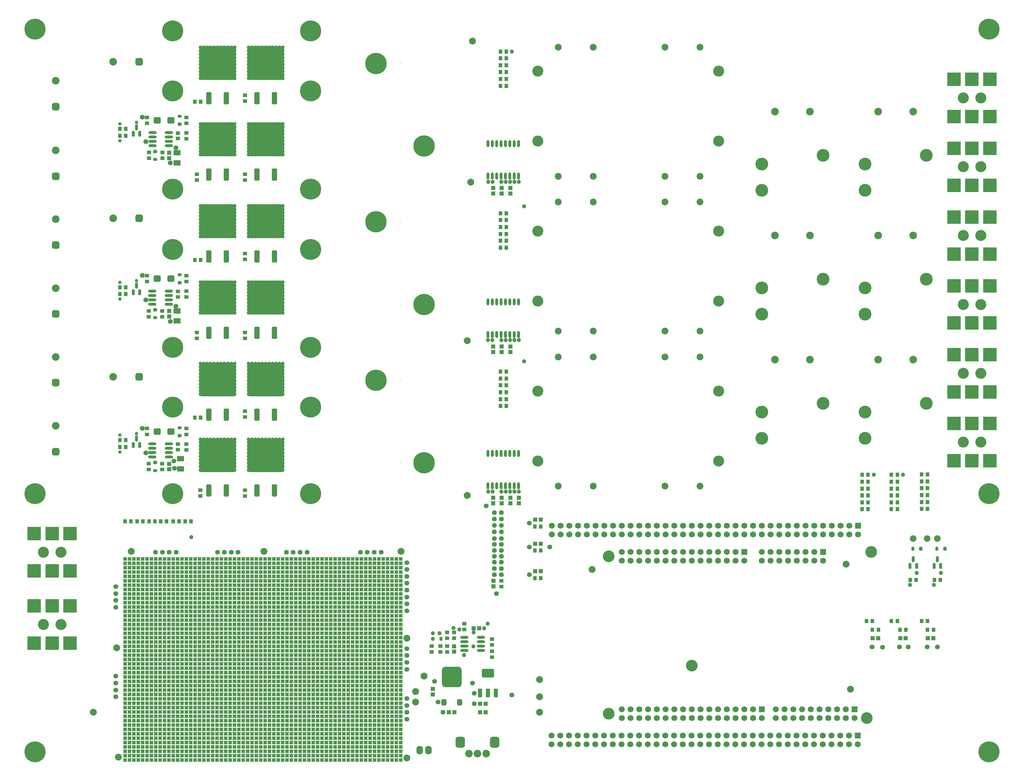
<source format=gts>
G04*
G04 #@! TF.GenerationSoftware,Altium Limited,Altium Designer,20.0.13 (296)*
G04*
G04 Layer_Color=8388736*
%FSLAX44Y44*%
%MOMM*%
G71*
G01*
G75*
%ADD42R,1.2032X1.0032*%
G04:AMPARAMS|DCode=43|XSize=1.6032mm|YSize=3.5032mm|CornerRadius=0.3466mm|HoleSize=0mm|Usage=FLASHONLY|Rotation=180.000|XOffset=0mm|YOffset=0mm|HoleType=Round|Shape=RoundedRectangle|*
%AMROUNDEDRECTD43*
21,1,1.6032,2.8100,0,0,180.0*
21,1,0.9100,3.5032,0,0,180.0*
1,1,0.6932,-0.4550,1.4050*
1,1,0.6932,0.4550,1.4050*
1,1,0.6932,0.4550,-1.4050*
1,1,0.6932,-0.4550,-1.4050*
%
%ADD43ROUNDEDRECTD43*%
G04:AMPARAMS|DCode=44|XSize=10.7032mm|YSize=9.8032mm|CornerRadius=0.5816mm|HoleSize=0mm|Usage=FLASHONLY|Rotation=180.000|XOffset=0mm|YOffset=0mm|HoleType=Round|Shape=RoundedRectangle|*
%AMROUNDEDRECTD44*
21,1,10.7032,8.6400,0,0,180.0*
21,1,9.5400,9.8032,0,0,180.0*
1,1,1.1632,-4.7700,4.3200*
1,1,1.1632,4.7700,4.3200*
1,1,1.1632,4.7700,-4.3200*
1,1,1.1632,-4.7700,-4.3200*
%
%ADD44ROUNDEDRECTD44*%
G04:AMPARAMS|DCode=45|XSize=1.2032mm|YSize=2.6032mm|CornerRadius=0.3516mm|HoleSize=0mm|Usage=FLASHONLY|Rotation=180.000|XOffset=0mm|YOffset=0mm|HoleType=Round|Shape=RoundedRectangle|*
%AMROUNDEDRECTD45*
21,1,1.2032,1.9000,0,0,180.0*
21,1,0.5000,2.6032,0,0,180.0*
1,1,0.7032,-0.2500,0.9500*
1,1,0.7032,0.2500,0.9500*
1,1,0.7032,0.2500,-0.9500*
1,1,0.7032,-0.2500,-0.9500*
%
%ADD45ROUNDEDRECTD45*%
G04:AMPARAMS|DCode=46|XSize=3.5032mm|YSize=2.6032mm|CornerRadius=0.4016mm|HoleSize=0mm|Usage=FLASHONLY|Rotation=180.000|XOffset=0mm|YOffset=0mm|HoleType=Round|Shape=RoundedRectangle|*
%AMROUNDEDRECTD46*
21,1,3.5032,1.8000,0,0,180.0*
21,1,2.7000,2.6032,0,0,180.0*
1,1,0.8032,-1.3500,0.9000*
1,1,0.8032,1.3500,0.9000*
1,1,0.8032,1.3500,-0.9000*
1,1,0.8032,-1.3500,-0.9000*
%
%ADD46ROUNDEDRECTD46*%
%ADD47R,1.2032X1.2032*%
%ADD48R,1.2032X1.1032*%
G04:AMPARAMS|DCode=49|XSize=5.7032mm|YSize=5.9032mm|CornerRadius=0.9266mm|HoleSize=0mm|Usage=FLASHONLY|Rotation=180.000|XOffset=0mm|YOffset=0mm|HoleType=Round|Shape=RoundedRectangle|*
%AMROUNDEDRECTD49*
21,1,5.7032,4.0500,0,0,180.0*
21,1,3.8500,5.9032,0,0,180.0*
1,1,1.8532,-1.9250,2.0250*
1,1,1.8532,1.9250,2.0250*
1,1,1.8532,1.9250,-2.0250*
1,1,1.8532,-1.9250,-2.0250*
%
%ADD49ROUNDEDRECTD49*%
G04:AMPARAMS|DCode=50|XSize=1.5032mm|YSize=1.9032mm|CornerRadius=0.4266mm|HoleSize=0mm|Usage=FLASHONLY|Rotation=180.000|XOffset=0mm|YOffset=0mm|HoleType=Round|Shape=RoundedRectangle|*
%AMROUNDEDRECTD50*
21,1,1.5032,1.0500,0,0,180.0*
21,1,0.6500,1.9032,0,0,180.0*
1,1,0.8532,-0.3250,0.5250*
1,1,0.8532,0.3250,0.5250*
1,1,0.8532,0.3250,-0.5250*
1,1,0.8532,-0.3250,-0.5250*
%
%ADD50ROUNDEDRECTD50*%
G04:AMPARAMS|DCode=51|XSize=1.1032mm|YSize=0.9032mm|CornerRadius=0.2766mm|HoleSize=0mm|Usage=FLASHONLY|Rotation=90.000|XOffset=0mm|YOffset=0mm|HoleType=Round|Shape=RoundedRectangle|*
%AMROUNDEDRECTD51*
21,1,1.1032,0.3500,0,0,90.0*
21,1,0.5500,0.9032,0,0,90.0*
1,1,0.5532,0.1750,0.2750*
1,1,0.5532,0.1750,-0.2750*
1,1,0.5532,-0.1750,-0.2750*
1,1,0.5532,-0.1750,0.2750*
%
%ADD51ROUNDEDRECTD51*%
G04:AMPARAMS|DCode=52|XSize=1.1032mm|YSize=1.0032mm|CornerRadius=0.3016mm|HoleSize=0mm|Usage=FLASHONLY|Rotation=90.000|XOffset=0mm|YOffset=0mm|HoleType=Round|Shape=RoundedRectangle|*
%AMROUNDEDRECTD52*
21,1,1.1032,0.4000,0,0,90.0*
21,1,0.5000,1.0032,0,0,90.0*
1,1,0.6032,0.2000,0.2500*
1,1,0.6032,0.2000,-0.2500*
1,1,0.6032,-0.2000,-0.2500*
1,1,0.6032,-0.2000,0.2500*
%
%ADD52ROUNDEDRECTD52*%
%ADD53O,2.4032X0.8032*%
%ADD54R,1.2032X1.2032*%
G04:AMPARAMS|DCode=55|XSize=0.8032mm|YSize=1.7032mm|CornerRadius=0.2516mm|HoleSize=0mm|Usage=FLASHONLY|Rotation=180.000|XOffset=0mm|YOffset=0mm|HoleType=Round|Shape=RoundedRectangle|*
%AMROUNDEDRECTD55*
21,1,0.8032,1.2000,0,0,180.0*
21,1,0.3000,1.7032,0,0,180.0*
1,1,0.5032,-0.1500,0.6000*
1,1,0.5032,0.1500,0.6000*
1,1,0.5032,0.1500,-0.6000*
1,1,0.5032,-0.1500,-0.6000*
%
%ADD55ROUNDEDRECTD55*%
%ADD56R,1.1032X1.2032*%
%ADD57O,0.8032X2.0532*%
G04:AMPARAMS|DCode=58|XSize=2.0032mm|YSize=1.9032mm|CornerRadius=0.3141mm|HoleSize=0mm|Usage=FLASHONLY|Rotation=180.000|XOffset=0mm|YOffset=0mm|HoleType=Round|Shape=RoundedRectangle|*
%AMROUNDEDRECTD58*
21,1,2.0032,1.2750,0,0,180.0*
21,1,1.3750,1.9032,0,0,180.0*
1,1,0.6282,-0.6875,0.6375*
1,1,0.6282,0.6875,0.6375*
1,1,0.6282,0.6875,-0.6375*
1,1,0.6282,-0.6875,-0.6375*
%
%ADD58ROUNDEDRECTD58*%
%ADD59R,2.0032X1.5032*%
G04:AMPARAMS|DCode=60|XSize=1.1032mm|YSize=0.9032mm|CornerRadius=0.2766mm|HoleSize=0mm|Usage=FLASHONLY|Rotation=0.000|XOffset=0mm|YOffset=0mm|HoleType=Round|Shape=RoundedRectangle|*
%AMROUNDEDRECTD60*
21,1,1.1032,0.3500,0,0,0.0*
21,1,0.5500,0.9032,0,0,0.0*
1,1,0.5532,0.2750,-0.1750*
1,1,0.5532,-0.2750,-0.1750*
1,1,0.5532,-0.2750,0.1750*
1,1,0.5532,0.2750,0.1750*
%
%ADD60ROUNDEDRECTD60*%
G04:AMPARAMS|DCode=61|XSize=1.1032mm|YSize=1.0032mm|CornerRadius=0.3016mm|HoleSize=0mm|Usage=FLASHONLY|Rotation=0.000|XOffset=0mm|YOffset=0mm|HoleType=Round|Shape=RoundedRectangle|*
%AMROUNDEDRECTD61*
21,1,1.1032,0.4000,0,0,0.0*
21,1,0.5000,1.0032,0,0,0.0*
1,1,0.6032,0.2500,-0.2000*
1,1,0.6032,-0.2500,-0.2000*
1,1,0.6032,-0.2500,0.2000*
1,1,0.6032,0.2500,0.2000*
%
%ADD61ROUNDEDRECTD61*%
%ADD62R,1.1032X1.1032*%
%ADD63O,1.9304X2.4892*%
%ADD64C,2.0032*%
%ADD65C,1.7332*%
%ADD66C,3.4032*%
%ADD67R,1.7332X1.7332*%
G04:AMPARAMS|DCode=68|XSize=2.2032mm|YSize=2.2032mm|CornerRadius=0.6016mm|HoleSize=0mm|Usage=FLASHONLY|Rotation=180.000|XOffset=0mm|YOffset=0mm|HoleType=Round|Shape=RoundedRectangle|*
%AMROUNDEDRECTD68*
21,1,2.2032,1.0000,0,0,180.0*
21,1,1.0000,2.2032,0,0,180.0*
1,1,1.2032,-0.5000,0.5000*
1,1,1.2032,0.5000,0.5000*
1,1,1.2032,0.5000,-0.5000*
1,1,1.2032,-0.5000,-0.5000*
%
%ADD68ROUNDEDRECTD68*%
%ADD69C,2.2032*%
G04:AMPARAMS|DCode=70|XSize=2.2032mm|YSize=2.2032mm|CornerRadius=0.6016mm|HoleSize=0mm|Usage=FLASHONLY|Rotation=90.000|XOffset=0mm|YOffset=0mm|HoleType=Round|Shape=RoundedRectangle|*
%AMROUNDEDRECTD70*
21,1,2.2032,1.0000,0,0,90.0*
21,1,1.0000,2.2032,0,0,90.0*
1,1,1.2032,0.5000,0.5000*
1,1,1.2032,0.5000,-0.5000*
1,1,1.2032,-0.5000,-0.5000*
1,1,1.2032,-0.5000,0.5000*
%
%ADD70ROUNDEDRECTD70*%
%ADD71C,3.2032*%
%ADD72C,6.1032*%
%ADD73C,3.7032*%
G04:AMPARAMS|DCode=74|XSize=2.7032mm|YSize=3.2032mm|CornerRadius=0.7266mm|HoleSize=0mm|Usage=FLASHONLY|Rotation=0.000|XOffset=0mm|YOffset=0mm|HoleType=Round|Shape=RoundedRectangle|*
%AMROUNDEDRECTD74*
21,1,2.7032,1.7500,0,0,0.0*
21,1,1.2500,3.2032,0,0,0.0*
1,1,1.4532,0.6250,-0.8750*
1,1,1.4532,-0.6250,-0.8750*
1,1,1.4532,-0.6250,0.8750*
1,1,1.4532,0.6250,0.8750*
%
%ADD74ROUNDEDRECTD74*%
%ADD75R,4.0132X4.0132*%
%ADD76C,6.2032*%
%ADD77C,0.2032*%
%ADD78C,1.9812*%
%ADD79C,1.4032*%
%ADD80C,1.2032*%
%ADD81C,1.0032*%
%ADD82C,1.9032*%
D42*
X1385000Y1184000D02*
D03*
Y1168000D02*
D03*
Y1628000D02*
D03*
Y1612000D02*
D03*
Y2088000D02*
D03*
Y2072000D02*
D03*
D43*
X1525400Y2189500D02*
D03*
X1474600D02*
D03*
X1614600Y2189500D02*
D03*
X1665400D02*
D03*
X1525400Y1729500D02*
D03*
X1474600D02*
D03*
X1614600D02*
D03*
X1665400D02*
D03*
X1525400Y1269500D02*
D03*
X1474600D02*
D03*
X1614600D02*
D03*
X1665400D02*
D03*
X1525400Y1967500D02*
D03*
X1474600D02*
D03*
X1614600D02*
D03*
X1665400D02*
D03*
X1525400Y1507500D02*
D03*
X1474600D02*
D03*
X1614600D02*
D03*
X1665400D02*
D03*
X1525400Y1049500D02*
D03*
X1474600D02*
D03*
X1614600D02*
D03*
X1665400D02*
D03*
D44*
X1500000Y2292000D02*
D03*
X1640000Y2292000D02*
D03*
X1500000Y1832000D02*
D03*
X1640000D02*
D03*
X1500000Y1372000D02*
D03*
X1640000D02*
D03*
X1500000Y2070000D02*
D03*
X1640000D02*
D03*
X1500000Y1610000D02*
D03*
X1640000D02*
D03*
X1500000Y1152000D02*
D03*
X1640000D02*
D03*
D45*
X2262000Y461000D02*
D03*
X2285000D02*
D03*
X2308000D02*
D03*
D46*
X2285000Y519000D02*
D03*
D47*
X2187000Y597000D02*
D03*
Y581000D02*
D03*
X2125000Y473000D02*
D03*
Y457000D02*
D03*
X2301000Y787000D02*
D03*
Y771000D02*
D03*
X2375000Y1028000D02*
D03*
Y1012000D02*
D03*
X2350000Y1028000D02*
D03*
Y1012000D02*
D03*
X2325000Y1012000D02*
D03*
Y1028000D02*
D03*
X2300000Y1028000D02*
D03*
Y1012000D02*
D03*
X2350000Y1468000D02*
D03*
Y1452000D02*
D03*
X2325000Y1452000D02*
D03*
Y1468000D02*
D03*
X2300000Y1468000D02*
D03*
Y1452000D02*
D03*
X2350000Y1928000D02*
D03*
Y1912000D02*
D03*
X2325000Y1912000D02*
D03*
Y1928000D02*
D03*
X2300000Y1928000D02*
D03*
Y1912000D02*
D03*
X1359840Y1127000D02*
D03*
Y1111000D02*
D03*
Y1571000D02*
D03*
Y1555000D02*
D03*
X1360000Y2031000D02*
D03*
Y2015000D02*
D03*
D48*
X2167000Y580500D02*
D03*
Y597500D02*
D03*
X2147000Y580500D02*
D03*
Y597500D02*
D03*
X2122000Y580500D02*
D03*
Y597500D02*
D03*
X2187000Y620500D02*
D03*
Y637500D02*
D03*
X2167000Y637500D02*
D03*
Y620500D02*
D03*
X2217000Y662500D02*
D03*
Y645500D02*
D03*
X2297000Y617500D02*
D03*
Y600500D02*
D03*
Y582500D02*
D03*
Y565500D02*
D03*
X2324000Y787500D02*
D03*
Y770500D02*
D03*
X1295000Y1212500D02*
D03*
Y1229500D02*
D03*
X1339840Y1127500D02*
D03*
Y1110500D02*
D03*
X1300840Y1110500D02*
D03*
Y1127500D02*
D03*
X1410000Y1184500D02*
D03*
Y1167500D02*
D03*
Y1229500D02*
D03*
Y1212500D02*
D03*
X1450000Y1033500D02*
D03*
Y1050500D02*
D03*
X1580000Y1033500D02*
D03*
Y1050500D02*
D03*
X1580000Y1280000D02*
D03*
Y1263000D02*
D03*
Y1491500D02*
D03*
Y1508500D02*
D03*
X1440000Y1491500D02*
D03*
Y1508500D02*
D03*
X1410000Y1673500D02*
D03*
Y1656500D02*
D03*
X1410000Y1628500D02*
D03*
Y1611500D02*
D03*
X1339840Y1571500D02*
D03*
Y1554500D02*
D03*
X1300840Y1554500D02*
D03*
Y1571500D02*
D03*
X1295000Y1656500D02*
D03*
Y1673500D02*
D03*
X1580000Y1738000D02*
D03*
Y1721000D02*
D03*
X1580000Y2181000D02*
D03*
Y2198000D02*
D03*
X1580000Y1951500D02*
D03*
Y1968500D02*
D03*
X1440000Y1951500D02*
D03*
Y1968500D02*
D03*
X1410000Y2088500D02*
D03*
Y2071500D02*
D03*
X1410000Y2133500D02*
D03*
Y2116500D02*
D03*
X1301000Y2014500D02*
D03*
Y2031500D02*
D03*
X1340000Y2031500D02*
D03*
Y2014500D02*
D03*
X1295000Y2116500D02*
D03*
Y2133500D02*
D03*
D49*
X2180000Y508000D02*
D03*
D50*
X2157150Y434000D02*
D03*
X2202850D02*
D03*
D51*
X2148500Y619000D02*
D03*
X3518500Y880000D02*
D03*
X3588500D02*
D03*
D52*
X2125500Y619000D02*
D03*
X3541500Y880000D02*
D03*
X3611500D02*
D03*
D53*
X2216556Y622920D02*
D03*
Y610220D02*
D03*
Y597520D02*
D03*
Y584820D02*
D03*
X2264556Y622920D02*
D03*
Y610220D02*
D03*
Y597520D02*
D03*
Y584820D02*
D03*
X1311160Y2089050D02*
D03*
Y2076350D02*
D03*
Y2063650D02*
D03*
Y2050950D02*
D03*
X1359160Y2089050D02*
D03*
Y2076350D02*
D03*
Y2063650D02*
D03*
Y2050950D02*
D03*
X1311000Y1185050D02*
D03*
Y1172350D02*
D03*
Y1159650D02*
D03*
Y1146950D02*
D03*
X1359000Y1185050D02*
D03*
Y1172350D02*
D03*
Y1159650D02*
D03*
Y1146950D02*
D03*
X1311000Y1629050D02*
D03*
Y1616350D02*
D03*
Y1603650D02*
D03*
Y1590950D02*
D03*
X1359000Y1629050D02*
D03*
Y1616350D02*
D03*
Y1603650D02*
D03*
Y1590950D02*
D03*
D54*
X2260000Y649000D02*
D03*
X2244000D02*
D03*
X3562000Y620000D02*
D03*
X3578000D02*
D03*
X3482000D02*
D03*
X3498000D02*
D03*
X3402000D02*
D03*
X3418000D02*
D03*
X2278000Y430000D02*
D03*
X2262000D02*
D03*
X2278000Y405000D02*
D03*
X2262000D02*
D03*
X2188000Y405000D02*
D03*
X2172000D02*
D03*
X2422000Y965000D02*
D03*
X2438000D02*
D03*
X2422000Y895000D02*
D03*
X2438000D02*
D03*
X2422000Y815000D02*
D03*
X2438000D02*
D03*
D55*
X3590000Y849500D02*
D03*
X3599500Y830500D02*
D03*
X3580500D02*
D03*
X3520000Y849500D02*
D03*
X3529500Y830500D02*
D03*
X3510500D02*
D03*
X1255500Y1181500D02*
D03*
X1274500D02*
D03*
X1265000Y1200500D02*
D03*
X1255500Y1625500D02*
D03*
X1274500D02*
D03*
X1265000Y1644500D02*
D03*
X1255500Y2085500D02*
D03*
X1274500D02*
D03*
X1265000Y2104500D02*
D03*
D56*
X3581500Y790000D02*
D03*
X3598500D02*
D03*
X3511500D02*
D03*
X3528500D02*
D03*
X3544500Y1096000D02*
D03*
X3561500D02*
D03*
X3561500Y1076000D02*
D03*
X3544500D02*
D03*
X3544500Y1056000D02*
D03*
X3561500D02*
D03*
X3561500Y1036000D02*
D03*
X3544500D02*
D03*
X3544500Y1016000D02*
D03*
X3561500D02*
D03*
X3561500Y996000D02*
D03*
X3544500D02*
D03*
X3456500Y1095000D02*
D03*
X3473500D02*
D03*
X3473500Y1075000D02*
D03*
X3456500D02*
D03*
X3456500Y1055000D02*
D03*
X3473500D02*
D03*
X3473500Y1035000D02*
D03*
X3456500D02*
D03*
X3456500Y1015000D02*
D03*
X3473500D02*
D03*
X3473500Y995000D02*
D03*
X3456500D02*
D03*
X3388500D02*
D03*
X3371500D02*
D03*
X3371500Y1015000D02*
D03*
X3388500D02*
D03*
X3388500Y1035000D02*
D03*
X3371500D02*
D03*
X3371500Y1055000D02*
D03*
X3388500D02*
D03*
X3388500Y1075000D02*
D03*
X3371500D02*
D03*
X3371500Y1095000D02*
D03*
X3388500D02*
D03*
X3561500Y645000D02*
D03*
X3578500D02*
D03*
X3481500D02*
D03*
X3498500D02*
D03*
X3401500D02*
D03*
X3418500D02*
D03*
X2338500Y1395000D02*
D03*
X2321500D02*
D03*
X2321500Y1375000D02*
D03*
X2338500D02*
D03*
X2338500Y1355000D02*
D03*
X2321500D02*
D03*
X2321500Y1335000D02*
D03*
X2338500D02*
D03*
X2338500Y1315000D02*
D03*
X2321500D02*
D03*
X2321500Y1295000D02*
D03*
X2338500D02*
D03*
X2338500Y1855000D02*
D03*
X2321500D02*
D03*
X2321500Y1835000D02*
D03*
X2338500D02*
D03*
X2338500Y1815000D02*
D03*
X2321500D02*
D03*
X2321500Y1795000D02*
D03*
X2338500D02*
D03*
X2338500Y1775000D02*
D03*
X2321500D02*
D03*
X2321500Y1755000D02*
D03*
X2338500D02*
D03*
Y2305000D02*
D03*
X2321500D02*
D03*
X2321500Y2325000D02*
D03*
X2338500D02*
D03*
X2321500Y2285000D02*
D03*
X2338500D02*
D03*
X2338500Y2265000D02*
D03*
X2321500D02*
D03*
X2321500Y2245000D02*
D03*
X2338500D02*
D03*
X2338500Y2225000D02*
D03*
X2321500D02*
D03*
X1233500Y1196000D02*
D03*
X1216500D02*
D03*
X1233500Y1176000D02*
D03*
X1216500D02*
D03*
X1434500Y1261000D02*
D03*
X1451500D02*
D03*
X1233500Y1620000D02*
D03*
X1216500D02*
D03*
X1233500Y1640000D02*
D03*
X1216500D02*
D03*
X1434500Y1719000D02*
D03*
X1451500D02*
D03*
X1434500Y2179000D02*
D03*
X1451500D02*
D03*
X1233500Y2080000D02*
D03*
X1216500D02*
D03*
X1233500Y2100000D02*
D03*
X1216500D02*
D03*
X3561500Y670000D02*
D03*
X3544500D02*
D03*
X3473500D02*
D03*
X3456500D02*
D03*
X3401500D02*
D03*
X3384500D02*
D03*
X2421500Y945000D02*
D03*
X2438500D02*
D03*
X2421500Y875000D02*
D03*
X2438500D02*
D03*
X2421500Y795000D02*
D03*
X2438500D02*
D03*
X1248500Y960000D02*
D03*
X1231500D02*
D03*
X1283500D02*
D03*
X1266500D02*
D03*
X1318500D02*
D03*
X1301500D02*
D03*
X1352000D02*
D03*
X1335000D02*
D03*
X1388500D02*
D03*
X1371500D02*
D03*
X1423500D02*
D03*
X1406500D02*
D03*
D57*
X2285550Y1062750D02*
D03*
X2298250D02*
D03*
X2310950D02*
D03*
X2323650D02*
D03*
X2336350D02*
D03*
X2349050D02*
D03*
X2361750D02*
D03*
X2374450D02*
D03*
X2285550Y1157250D02*
D03*
X2298250D02*
D03*
X2310950D02*
D03*
X2323650D02*
D03*
X2336350D02*
D03*
X2349050D02*
D03*
X2361750D02*
D03*
X2374450D02*
D03*
X2285550Y1962750D02*
D03*
X2298250D02*
D03*
X2310950D02*
D03*
X2323650D02*
D03*
X2336350D02*
D03*
X2349050D02*
D03*
X2361750D02*
D03*
X2374450D02*
D03*
X2285550Y2057250D02*
D03*
X2298250D02*
D03*
X2310950D02*
D03*
X2323650D02*
D03*
X2336350D02*
D03*
X2349050D02*
D03*
X2361750D02*
D03*
X2374450D02*
D03*
X2285550Y1502750D02*
D03*
X2298250D02*
D03*
X2310950D02*
D03*
X2323650D02*
D03*
X2336350D02*
D03*
X2349050D02*
D03*
X2361750D02*
D03*
X2374450D02*
D03*
X2285550Y1597250D02*
D03*
X2298250D02*
D03*
X2310950D02*
D03*
X2323650D02*
D03*
X2336350D02*
D03*
X2349050D02*
D03*
X2361750D02*
D03*
X2374450D02*
D03*
D58*
X1325061Y1221000D02*
D03*
X1364939D02*
D03*
X1325061Y1665000D02*
D03*
X1364939D02*
D03*
X1324721Y2125000D02*
D03*
X1364599D02*
D03*
D59*
X1393000Y1141500D02*
D03*
Y1112500D02*
D03*
X1382340Y1571000D02*
D03*
Y1542000D02*
D03*
X1383000Y2030500D02*
D03*
Y2001500D02*
D03*
D60*
X1318840Y1107500D02*
D03*
X1390000Y1231500D02*
D03*
X1390000Y1676500D02*
D03*
X1318840Y1551500D02*
D03*
X1390000Y2136500D02*
D03*
X1319000Y2011500D02*
D03*
D61*
X1318840Y1130500D02*
D03*
X1390000Y1208500D02*
D03*
X1390000Y1653500D02*
D03*
X1318840Y1574500D02*
D03*
X1390000Y2113500D02*
D03*
X1319000Y2034500D02*
D03*
D62*
X1231900Y762000D02*
D03*
X1244600D02*
D03*
X1270000D02*
D03*
X1257300D02*
D03*
X1308100D02*
D03*
X1320800D02*
D03*
X1295400D02*
D03*
X1282700D02*
D03*
X1384300D02*
D03*
X1397000D02*
D03*
X1422400D02*
D03*
X1409700D02*
D03*
X1358900D02*
D03*
X1371600D02*
D03*
X1346200D02*
D03*
X1333500D02*
D03*
X1485900D02*
D03*
X1498600D02*
D03*
X1524000D02*
D03*
X1511300D02*
D03*
X1460500D02*
D03*
X1473200D02*
D03*
X1447800D02*
D03*
X1435100D02*
D03*
X1587500D02*
D03*
X1600200D02*
D03*
X1625600D02*
D03*
X1612900D02*
D03*
X1562100D02*
D03*
X1574800D02*
D03*
X1549400D02*
D03*
X1536700D02*
D03*
X1943100D02*
D03*
X1955800D02*
D03*
X1981200D02*
D03*
X1968500D02*
D03*
X2019300D02*
D03*
X2032000D02*
D03*
X2006600D02*
D03*
X1993900D02*
D03*
X1841500D02*
D03*
X1854200D02*
D03*
X1879600D02*
D03*
X1866900D02*
D03*
X1917700D02*
D03*
X1930400D02*
D03*
X1905000D02*
D03*
X1892300D02*
D03*
X1739900D02*
D03*
X1752600D02*
D03*
X1778000D02*
D03*
X1765300D02*
D03*
X1816100D02*
D03*
X1828800D02*
D03*
X1803400D02*
D03*
X1790700D02*
D03*
X1689100D02*
D03*
X1701800D02*
D03*
X1727200D02*
D03*
X1714500D02*
D03*
X1663700D02*
D03*
X1676400D02*
D03*
X1651000D02*
D03*
X1638300D02*
D03*
Y774700D02*
D03*
X1651000D02*
D03*
X1676400D02*
D03*
X1663700D02*
D03*
X1714500D02*
D03*
X1727200D02*
D03*
X1701800D02*
D03*
X1689100D02*
D03*
X1790700D02*
D03*
X1803400D02*
D03*
X1828800D02*
D03*
X1816100D02*
D03*
X1765300D02*
D03*
X1778000D02*
D03*
X1752600D02*
D03*
X1739900D02*
D03*
X1892300D02*
D03*
X1905000D02*
D03*
X1930400D02*
D03*
X1917700D02*
D03*
X1866900D02*
D03*
X1879600D02*
D03*
X1854200D02*
D03*
X1841500D02*
D03*
X1993900D02*
D03*
X2006600D02*
D03*
X2032000D02*
D03*
X2019300D02*
D03*
X1968500D02*
D03*
X1981200D02*
D03*
X1955800D02*
D03*
X1943100D02*
D03*
X1536700D02*
D03*
X1549400D02*
D03*
X1574800D02*
D03*
X1562100D02*
D03*
X1612900D02*
D03*
X1625600D02*
D03*
X1600200D02*
D03*
X1587500D02*
D03*
X1435100D02*
D03*
X1447800D02*
D03*
X1473200D02*
D03*
X1460500D02*
D03*
X1511300D02*
D03*
X1524000D02*
D03*
X1498600D02*
D03*
X1485900D02*
D03*
X1333500D02*
D03*
X1346200D02*
D03*
X1371600D02*
D03*
X1358900D02*
D03*
X1409700D02*
D03*
X1422400D02*
D03*
X1397000D02*
D03*
X1384300D02*
D03*
X1282700D02*
D03*
X1295400D02*
D03*
X1320800D02*
D03*
X1308100D02*
D03*
X1257300D02*
D03*
X1270000D02*
D03*
X1244600D02*
D03*
X1231900D02*
D03*
Y800100D02*
D03*
X1244600D02*
D03*
X1270000D02*
D03*
X1257300D02*
D03*
X1308100D02*
D03*
X1320800D02*
D03*
X1295400D02*
D03*
X1282700D02*
D03*
X1384300D02*
D03*
X1397000D02*
D03*
X1422400D02*
D03*
X1409700D02*
D03*
X1358900D02*
D03*
X1371600D02*
D03*
X1346200D02*
D03*
X1333500D02*
D03*
X1485900D02*
D03*
X1498600D02*
D03*
X1524000D02*
D03*
X1511300D02*
D03*
X1460500D02*
D03*
X1473200D02*
D03*
X1447800D02*
D03*
X1435100D02*
D03*
X1587500D02*
D03*
X1600200D02*
D03*
X1625600D02*
D03*
X1612900D02*
D03*
X1562100D02*
D03*
X1574800D02*
D03*
X1549400D02*
D03*
X1536700D02*
D03*
X1943100D02*
D03*
X1955800D02*
D03*
X1981200D02*
D03*
X1968500D02*
D03*
X2019300D02*
D03*
X2032000D02*
D03*
X2006600D02*
D03*
X1993900D02*
D03*
X1841500D02*
D03*
X1854200D02*
D03*
X1879600D02*
D03*
X1866900D02*
D03*
X1917700D02*
D03*
X1930400D02*
D03*
X1905000D02*
D03*
X1892300D02*
D03*
X1739900D02*
D03*
X1752600D02*
D03*
X1778000D02*
D03*
X1765300D02*
D03*
X1816100D02*
D03*
X1828800D02*
D03*
X1803400D02*
D03*
X1790700D02*
D03*
X1689100D02*
D03*
X1701800D02*
D03*
X1727200D02*
D03*
X1714500D02*
D03*
X1663700D02*
D03*
X1676400D02*
D03*
X1651000D02*
D03*
X1638300D02*
D03*
Y787400D02*
D03*
X1651000D02*
D03*
X1676400D02*
D03*
X1663700D02*
D03*
X1714500D02*
D03*
X1727200D02*
D03*
X1701800D02*
D03*
X1689100D02*
D03*
X1790700D02*
D03*
X1803400D02*
D03*
X1828800D02*
D03*
X1816100D02*
D03*
X1765300D02*
D03*
X1778000D02*
D03*
X1752600D02*
D03*
X1739900D02*
D03*
X1892300D02*
D03*
X1905000D02*
D03*
X1930400D02*
D03*
X1917700D02*
D03*
X1866900D02*
D03*
X1879600D02*
D03*
X1854200D02*
D03*
X1841500D02*
D03*
X1993900D02*
D03*
X2006600D02*
D03*
X2032000D02*
D03*
X2019300D02*
D03*
X1968500D02*
D03*
X1981200D02*
D03*
X1955800D02*
D03*
X1943100D02*
D03*
X1536700D02*
D03*
X1549400D02*
D03*
X1574800D02*
D03*
X1562100D02*
D03*
X1612900D02*
D03*
X1625600D02*
D03*
X1600200D02*
D03*
X1587500D02*
D03*
X1435100D02*
D03*
X1447800D02*
D03*
X1473200D02*
D03*
X1460500D02*
D03*
X1511300D02*
D03*
X1524000D02*
D03*
X1498600D02*
D03*
X1485900D02*
D03*
X1333500D02*
D03*
X1346200D02*
D03*
X1371600D02*
D03*
X1358900D02*
D03*
X1409700D02*
D03*
X1422400D02*
D03*
X1397000D02*
D03*
X1384300D02*
D03*
X1282700D02*
D03*
X1295400D02*
D03*
X1320800D02*
D03*
X1308100D02*
D03*
X1257300D02*
D03*
X1270000D02*
D03*
X1244600D02*
D03*
X1231900D02*
D03*
Y838200D02*
D03*
X1244600D02*
D03*
X1270000D02*
D03*
X1257300D02*
D03*
X1308100D02*
D03*
X1320800D02*
D03*
X1295400D02*
D03*
X1282700D02*
D03*
X1384300D02*
D03*
X1397000D02*
D03*
X1422400D02*
D03*
X1409700D02*
D03*
X1358900D02*
D03*
X1371600D02*
D03*
X1346200D02*
D03*
X1333500D02*
D03*
X1485900D02*
D03*
X1498600D02*
D03*
X1524000D02*
D03*
X1511300D02*
D03*
X1460500D02*
D03*
X1473200D02*
D03*
X1447800D02*
D03*
X1435100D02*
D03*
X1587500D02*
D03*
X1600200D02*
D03*
X1625600D02*
D03*
X1612900D02*
D03*
X1562100D02*
D03*
X1574800D02*
D03*
X1549400D02*
D03*
X1536700D02*
D03*
X1943100D02*
D03*
X1955800D02*
D03*
X1981200D02*
D03*
X1968500D02*
D03*
X2019300D02*
D03*
X2032000D02*
D03*
X2006600D02*
D03*
X1993900D02*
D03*
X1841500D02*
D03*
X1854200D02*
D03*
X1879600D02*
D03*
X1866900D02*
D03*
X1917700D02*
D03*
X1930400D02*
D03*
X1905000D02*
D03*
X1892300D02*
D03*
X1739900D02*
D03*
X1752600D02*
D03*
X1778000D02*
D03*
X1765300D02*
D03*
X1816100D02*
D03*
X1828800D02*
D03*
X1803400D02*
D03*
X1790700D02*
D03*
X1689100D02*
D03*
X1701800D02*
D03*
X1727200D02*
D03*
X1714500D02*
D03*
X1663700D02*
D03*
X1676400D02*
D03*
X1651000D02*
D03*
X1638300D02*
D03*
Y850900D02*
D03*
X1651000D02*
D03*
X1676400D02*
D03*
X1663700D02*
D03*
X1714500D02*
D03*
X1727200D02*
D03*
X1701800D02*
D03*
X1689100D02*
D03*
X1790700D02*
D03*
X1803400D02*
D03*
X1828800D02*
D03*
X1816100D02*
D03*
X1765300D02*
D03*
X1778000D02*
D03*
X1752600D02*
D03*
X1739900D02*
D03*
X1892300D02*
D03*
X1905000D02*
D03*
X1930400D02*
D03*
X1917700D02*
D03*
X1866900D02*
D03*
X1879600D02*
D03*
X1854200D02*
D03*
X1841500D02*
D03*
X1993900D02*
D03*
X2006600D02*
D03*
X2032000D02*
D03*
X2019300D02*
D03*
X1968500D02*
D03*
X1981200D02*
D03*
X1955800D02*
D03*
X1943100D02*
D03*
X1536700D02*
D03*
X1549400D02*
D03*
X1574800D02*
D03*
X1562100D02*
D03*
X1612900D02*
D03*
X1625600D02*
D03*
X1600200D02*
D03*
X1587500D02*
D03*
X1435100D02*
D03*
X1447800D02*
D03*
X1473200D02*
D03*
X1460500D02*
D03*
X1511300D02*
D03*
X1524000D02*
D03*
X1498600D02*
D03*
X1485900D02*
D03*
X1333500D02*
D03*
X1346200D02*
D03*
X1371600D02*
D03*
X1358900D02*
D03*
X1409700D02*
D03*
X1422400D02*
D03*
X1397000D02*
D03*
X1384300D02*
D03*
X1282700D02*
D03*
X1295400D02*
D03*
X1320800D02*
D03*
X1308100D02*
D03*
X1257300D02*
D03*
X1270000D02*
D03*
X1244600D02*
D03*
X1231900D02*
D03*
Y825500D02*
D03*
X1244600D02*
D03*
X1270000D02*
D03*
X1257300D02*
D03*
X1308100D02*
D03*
X1320800D02*
D03*
X1295400D02*
D03*
X1282700D02*
D03*
X1384300D02*
D03*
X1397000D02*
D03*
X1422400D02*
D03*
X1409700D02*
D03*
X1358900D02*
D03*
X1371600D02*
D03*
X1346200D02*
D03*
X1333500D02*
D03*
X1485900D02*
D03*
X1498600D02*
D03*
X1524000D02*
D03*
X1511300D02*
D03*
X1460500D02*
D03*
X1473200D02*
D03*
X1447800D02*
D03*
X1435100D02*
D03*
X1587500D02*
D03*
X1600200D02*
D03*
X1625600D02*
D03*
X1612900D02*
D03*
X1562100D02*
D03*
X1574800D02*
D03*
X1549400D02*
D03*
X1536700D02*
D03*
X1943100D02*
D03*
X1955800D02*
D03*
X1981200D02*
D03*
X1968500D02*
D03*
X2019300D02*
D03*
X2032000D02*
D03*
X2006600D02*
D03*
X1993900D02*
D03*
X1841500D02*
D03*
X1854200D02*
D03*
X1879600D02*
D03*
X1866900D02*
D03*
X1917700D02*
D03*
X1930400D02*
D03*
X1905000D02*
D03*
X1892300D02*
D03*
X1739900D02*
D03*
X1752600D02*
D03*
X1778000D02*
D03*
X1765300D02*
D03*
X1816100D02*
D03*
X1828800D02*
D03*
X1803400D02*
D03*
X1790700D02*
D03*
X1689100D02*
D03*
X1701800D02*
D03*
X1727200D02*
D03*
X1714500D02*
D03*
X1663700D02*
D03*
X1676400D02*
D03*
X1651000D02*
D03*
X1638300D02*
D03*
Y812800D02*
D03*
X1651000D02*
D03*
X1676400D02*
D03*
X1663700D02*
D03*
X1714500D02*
D03*
X1727200D02*
D03*
X1701800D02*
D03*
X1689100D02*
D03*
X1790700D02*
D03*
X1803400D02*
D03*
X1828800D02*
D03*
X1816100D02*
D03*
X1765300D02*
D03*
X1778000D02*
D03*
X1752600D02*
D03*
X1739900D02*
D03*
X1892300D02*
D03*
X1905000D02*
D03*
X1930400D02*
D03*
X1917700D02*
D03*
X1866900D02*
D03*
X1879600D02*
D03*
X1854200D02*
D03*
X1841500D02*
D03*
X1993900D02*
D03*
X2006600D02*
D03*
X2032000D02*
D03*
X2019300D02*
D03*
X1968500D02*
D03*
X1981200D02*
D03*
X1955800D02*
D03*
X1943100D02*
D03*
X1536700D02*
D03*
X1549400D02*
D03*
X1574800D02*
D03*
X1562100D02*
D03*
X1612900D02*
D03*
X1625600D02*
D03*
X1600200D02*
D03*
X1587500D02*
D03*
X1435100D02*
D03*
X1447800D02*
D03*
X1473200D02*
D03*
X1460500D02*
D03*
X1511300D02*
D03*
X1524000D02*
D03*
X1498600D02*
D03*
X1485900D02*
D03*
X1333500D02*
D03*
X1346200D02*
D03*
X1371600D02*
D03*
X1358900D02*
D03*
X1409700D02*
D03*
X1422400D02*
D03*
X1397000D02*
D03*
X1384300D02*
D03*
X1282700D02*
D03*
X1295400D02*
D03*
X1320800D02*
D03*
X1308100D02*
D03*
X1257300D02*
D03*
X1270000D02*
D03*
X1244600D02*
D03*
X1231900D02*
D03*
Y711200D02*
D03*
X1244600D02*
D03*
X1270000D02*
D03*
X1257300D02*
D03*
X1308100D02*
D03*
X1320800D02*
D03*
X1295400D02*
D03*
X1282700D02*
D03*
X1384300D02*
D03*
X1397000D02*
D03*
X1422400D02*
D03*
X1409700D02*
D03*
X1358900D02*
D03*
X1371600D02*
D03*
X1346200D02*
D03*
X1333500D02*
D03*
X1485900D02*
D03*
X1498600D02*
D03*
X1524000D02*
D03*
X1511300D02*
D03*
X1460500D02*
D03*
X1473200D02*
D03*
X1447800D02*
D03*
X1435100D02*
D03*
X1587500D02*
D03*
X1600200D02*
D03*
X1625600D02*
D03*
X1612900D02*
D03*
X1562100D02*
D03*
X1574800D02*
D03*
X1549400D02*
D03*
X1536700D02*
D03*
X1943100D02*
D03*
X1955800D02*
D03*
X1981200D02*
D03*
X1968500D02*
D03*
X2019300D02*
D03*
X2032000D02*
D03*
X2006600D02*
D03*
X1993900D02*
D03*
X1841500D02*
D03*
X1854200D02*
D03*
X1879600D02*
D03*
X1866900D02*
D03*
X1917700D02*
D03*
X1930400D02*
D03*
X1905000D02*
D03*
X1892300D02*
D03*
X1739900D02*
D03*
X1752600D02*
D03*
X1778000D02*
D03*
X1765300D02*
D03*
X1816100D02*
D03*
X1828800D02*
D03*
X1803400D02*
D03*
X1790700D02*
D03*
X1689100D02*
D03*
X1701800D02*
D03*
X1727200D02*
D03*
X1714500D02*
D03*
X1663700D02*
D03*
X1676400D02*
D03*
X1651000D02*
D03*
X1638300D02*
D03*
Y723900D02*
D03*
X1651000D02*
D03*
X1676400D02*
D03*
X1663700D02*
D03*
X1714500D02*
D03*
X1727200D02*
D03*
X1701800D02*
D03*
X1689100D02*
D03*
X1790700D02*
D03*
X1803400D02*
D03*
X1828800D02*
D03*
X1816100D02*
D03*
X1765300D02*
D03*
X1778000D02*
D03*
X1752600D02*
D03*
X1739900D02*
D03*
X1892300D02*
D03*
X1905000D02*
D03*
X1930400D02*
D03*
X1917700D02*
D03*
X1866900D02*
D03*
X1879600D02*
D03*
X1854200D02*
D03*
X1841500D02*
D03*
X1993900D02*
D03*
X2006600D02*
D03*
X2032000D02*
D03*
X2019300D02*
D03*
X1968500D02*
D03*
X1981200D02*
D03*
X1955800D02*
D03*
X1943100D02*
D03*
X1536700D02*
D03*
X1549400D02*
D03*
X1574800D02*
D03*
X1562100D02*
D03*
X1612900D02*
D03*
X1625600D02*
D03*
X1600200D02*
D03*
X1587500D02*
D03*
X1435100D02*
D03*
X1447800D02*
D03*
X1473200D02*
D03*
X1460500D02*
D03*
X1511300D02*
D03*
X1524000D02*
D03*
X1498600D02*
D03*
X1485900D02*
D03*
X1333500D02*
D03*
X1346200D02*
D03*
X1371600D02*
D03*
X1358900D02*
D03*
X1409700D02*
D03*
X1422400D02*
D03*
X1397000D02*
D03*
X1384300D02*
D03*
X1282700D02*
D03*
X1295400D02*
D03*
X1320800D02*
D03*
X1308100D02*
D03*
X1257300D02*
D03*
X1270000D02*
D03*
X1244600D02*
D03*
X1231900D02*
D03*
Y749300D02*
D03*
X1244600D02*
D03*
X1270000D02*
D03*
X1257300D02*
D03*
X1308100D02*
D03*
X1320800D02*
D03*
X1295400D02*
D03*
X1282700D02*
D03*
X1384300D02*
D03*
X1397000D02*
D03*
X1422400D02*
D03*
X1409700D02*
D03*
X1358900D02*
D03*
X1371600D02*
D03*
X1346200D02*
D03*
X1333500D02*
D03*
X1485900D02*
D03*
X1498600D02*
D03*
X1524000D02*
D03*
X1511300D02*
D03*
X1460500D02*
D03*
X1473200D02*
D03*
X1447800D02*
D03*
X1435100D02*
D03*
X1587500D02*
D03*
X1600200D02*
D03*
X1625600D02*
D03*
X1612900D02*
D03*
X1562100D02*
D03*
X1574800D02*
D03*
X1549400D02*
D03*
X1536700D02*
D03*
X1943100D02*
D03*
X1955800D02*
D03*
X1981200D02*
D03*
X1968500D02*
D03*
X2019300D02*
D03*
X2032000D02*
D03*
X2006600D02*
D03*
X1993900D02*
D03*
X1841500D02*
D03*
X1854200D02*
D03*
X1879600D02*
D03*
X1866900D02*
D03*
X1917700D02*
D03*
X1930400D02*
D03*
X1905000D02*
D03*
X1892300D02*
D03*
X1739900D02*
D03*
X1752600D02*
D03*
X1778000D02*
D03*
X1765300D02*
D03*
X1816100D02*
D03*
X1828800D02*
D03*
X1803400D02*
D03*
X1790700D02*
D03*
X1689100D02*
D03*
X1701800D02*
D03*
X1727200D02*
D03*
X1714500D02*
D03*
X1663700D02*
D03*
X1676400D02*
D03*
X1651000D02*
D03*
X1638300D02*
D03*
Y736600D02*
D03*
X1651000D02*
D03*
X1676400D02*
D03*
X1663700D02*
D03*
X1714500D02*
D03*
X1727200D02*
D03*
X1701800D02*
D03*
X1689100D02*
D03*
X1790700D02*
D03*
X1803400D02*
D03*
X1828800D02*
D03*
X1816100D02*
D03*
X1765300D02*
D03*
X1778000D02*
D03*
X1752600D02*
D03*
X1739900D02*
D03*
X1892300D02*
D03*
X1905000D02*
D03*
X1930400D02*
D03*
X1917700D02*
D03*
X1866900D02*
D03*
X1879600D02*
D03*
X1854200D02*
D03*
X1841500D02*
D03*
X1993900D02*
D03*
X2006600D02*
D03*
X2032000D02*
D03*
X2019300D02*
D03*
X1968500D02*
D03*
X1981200D02*
D03*
X1955800D02*
D03*
X1943100D02*
D03*
X1536700D02*
D03*
X1549400D02*
D03*
X1574800D02*
D03*
X1562100D02*
D03*
X1612900D02*
D03*
X1625600D02*
D03*
X1600200D02*
D03*
X1587500D02*
D03*
X1435100D02*
D03*
X1447800D02*
D03*
X1473200D02*
D03*
X1460500D02*
D03*
X1511300D02*
D03*
X1524000D02*
D03*
X1498600D02*
D03*
X1485900D02*
D03*
X1333500D02*
D03*
X1346200D02*
D03*
X1371600D02*
D03*
X1358900D02*
D03*
X1409700D02*
D03*
X1422400D02*
D03*
X1397000D02*
D03*
X1384300D02*
D03*
X1282700D02*
D03*
X1295400D02*
D03*
X1320800D02*
D03*
X1308100D02*
D03*
X1257300D02*
D03*
X1270000D02*
D03*
X1244600D02*
D03*
X1231900D02*
D03*
Y685800D02*
D03*
X1244600D02*
D03*
X1270000D02*
D03*
X1257300D02*
D03*
X1308100D02*
D03*
X1320800D02*
D03*
X1295400D02*
D03*
X1282700D02*
D03*
X1384300D02*
D03*
X1397000D02*
D03*
X1422400D02*
D03*
X1409700D02*
D03*
X1358900D02*
D03*
X1371600D02*
D03*
X1346200D02*
D03*
X1333500D02*
D03*
X1485900D02*
D03*
X1498600D02*
D03*
X1524000D02*
D03*
X1511300D02*
D03*
X1460500D02*
D03*
X1473200D02*
D03*
X1447800D02*
D03*
X1435100D02*
D03*
X1587500D02*
D03*
X1600200D02*
D03*
X1625600D02*
D03*
X1612900D02*
D03*
X1562100D02*
D03*
X1574800D02*
D03*
X1549400D02*
D03*
X1536700D02*
D03*
X1943100D02*
D03*
X1955800D02*
D03*
X1981200D02*
D03*
X1968500D02*
D03*
X2019300D02*
D03*
X2032000D02*
D03*
X2006600D02*
D03*
X1993900D02*
D03*
X1841500D02*
D03*
X1854200D02*
D03*
X1879600D02*
D03*
X1866900D02*
D03*
X1917700D02*
D03*
X1930400D02*
D03*
X1905000D02*
D03*
X1892300D02*
D03*
X1739900D02*
D03*
X1752600D02*
D03*
X1778000D02*
D03*
X1765300D02*
D03*
X1816100D02*
D03*
X1828800D02*
D03*
X1803400D02*
D03*
X1790700D02*
D03*
X1689100D02*
D03*
X1701800D02*
D03*
X1727200D02*
D03*
X1714500D02*
D03*
X1663700D02*
D03*
X1676400D02*
D03*
X1651000D02*
D03*
X1638300D02*
D03*
Y698500D02*
D03*
X1651000D02*
D03*
X1676400D02*
D03*
X1663700D02*
D03*
X1714500D02*
D03*
X1727200D02*
D03*
X1701800D02*
D03*
X1689100D02*
D03*
X1790700D02*
D03*
X1803400D02*
D03*
X1828800D02*
D03*
X1816100D02*
D03*
X1765300D02*
D03*
X1778000D02*
D03*
X1752600D02*
D03*
X1739900D02*
D03*
X1892300D02*
D03*
X1905000D02*
D03*
X1930400D02*
D03*
X1917700D02*
D03*
X1866900D02*
D03*
X1879600D02*
D03*
X1854200D02*
D03*
X1841500D02*
D03*
X1993900D02*
D03*
X2006600D02*
D03*
X2032000D02*
D03*
X2019300D02*
D03*
X1968500D02*
D03*
X1981200D02*
D03*
X1955800D02*
D03*
X1943100D02*
D03*
X1536700D02*
D03*
X1549400D02*
D03*
X1574800D02*
D03*
X1562100D02*
D03*
X1612900D02*
D03*
X1625600D02*
D03*
X1600200D02*
D03*
X1587500D02*
D03*
X1435100D02*
D03*
X1447800D02*
D03*
X1473200D02*
D03*
X1460500D02*
D03*
X1511300D02*
D03*
X1524000D02*
D03*
X1498600D02*
D03*
X1485900D02*
D03*
X1333500D02*
D03*
X1346200D02*
D03*
X1371600D02*
D03*
X1358900D02*
D03*
X1409700D02*
D03*
X1422400D02*
D03*
X1397000D02*
D03*
X1384300D02*
D03*
X1282700D02*
D03*
X1295400D02*
D03*
X1320800D02*
D03*
X1308100D02*
D03*
X1257300D02*
D03*
X1270000D02*
D03*
X1244600D02*
D03*
X1231900D02*
D03*
Y673100D02*
D03*
X1244600D02*
D03*
X1270000D02*
D03*
X1257300D02*
D03*
X1308100D02*
D03*
X1320800D02*
D03*
X1295400D02*
D03*
X1282700D02*
D03*
X1384300D02*
D03*
X1397000D02*
D03*
X1422400D02*
D03*
X1409700D02*
D03*
X1358900D02*
D03*
X1371600D02*
D03*
X1346200D02*
D03*
X1333500D02*
D03*
X1485900D02*
D03*
X1498600D02*
D03*
X1524000D02*
D03*
X1511300D02*
D03*
X1460500D02*
D03*
X1473200D02*
D03*
X1447800D02*
D03*
X1435100D02*
D03*
X1587500D02*
D03*
X1600200D02*
D03*
X1625600D02*
D03*
X1612900D02*
D03*
X1562100D02*
D03*
X1574800D02*
D03*
X1549400D02*
D03*
X1536700D02*
D03*
X1943100D02*
D03*
X1955800D02*
D03*
X1981200D02*
D03*
X1968500D02*
D03*
X2019300D02*
D03*
X2032000D02*
D03*
X2006600D02*
D03*
X1993900D02*
D03*
X1841500D02*
D03*
X1854200D02*
D03*
X1879600D02*
D03*
X1866900D02*
D03*
X1917700D02*
D03*
X1930400D02*
D03*
X1905000D02*
D03*
X1892300D02*
D03*
X1739900D02*
D03*
X1752600D02*
D03*
X1778000D02*
D03*
X1765300D02*
D03*
X1816100D02*
D03*
X1828800D02*
D03*
X1803400D02*
D03*
X1790700D02*
D03*
X1689100D02*
D03*
X1701800D02*
D03*
X1727200D02*
D03*
X1714500D02*
D03*
X1663700D02*
D03*
X1676400D02*
D03*
X1651000D02*
D03*
X1638300D02*
D03*
X1231900Y469900D02*
D03*
X1244600D02*
D03*
X1270000D02*
D03*
X1257300D02*
D03*
X1308100D02*
D03*
X1320800D02*
D03*
X1295400D02*
D03*
X1282700D02*
D03*
X1384300D02*
D03*
X1397000D02*
D03*
X1422400D02*
D03*
X1409700D02*
D03*
X1358900D02*
D03*
X1371600D02*
D03*
X1346200D02*
D03*
X1333500D02*
D03*
X1485900D02*
D03*
X1498600D02*
D03*
X1524000D02*
D03*
X1511300D02*
D03*
X1460500D02*
D03*
X1473200D02*
D03*
X1447800D02*
D03*
X1435100D02*
D03*
X1587500D02*
D03*
X1600200D02*
D03*
X1625600D02*
D03*
X1612900D02*
D03*
X1562100D02*
D03*
X1574800D02*
D03*
X1549400D02*
D03*
X1536700D02*
D03*
X1943100D02*
D03*
X1955800D02*
D03*
X1981200D02*
D03*
X1968500D02*
D03*
X2019300D02*
D03*
X2032000D02*
D03*
X2006600D02*
D03*
X1993900D02*
D03*
X1841500D02*
D03*
X1854200D02*
D03*
X1879600D02*
D03*
X1866900D02*
D03*
X1917700D02*
D03*
X1930400D02*
D03*
X1905000D02*
D03*
X1892300D02*
D03*
X1739900D02*
D03*
X1752600D02*
D03*
X1778000D02*
D03*
X1765300D02*
D03*
X1816100D02*
D03*
X1828800D02*
D03*
X1803400D02*
D03*
X1790700D02*
D03*
X1689100D02*
D03*
X1701800D02*
D03*
X1727200D02*
D03*
X1714500D02*
D03*
X1663700D02*
D03*
X1676400D02*
D03*
X1651000D02*
D03*
X1638300D02*
D03*
Y482600D02*
D03*
X1651000D02*
D03*
X1676400D02*
D03*
X1663700D02*
D03*
X1714500D02*
D03*
X1727200D02*
D03*
X1701800D02*
D03*
X1689100D02*
D03*
X1790700D02*
D03*
X1803400D02*
D03*
X1828800D02*
D03*
X1816100D02*
D03*
X1765300D02*
D03*
X1778000D02*
D03*
X1752600D02*
D03*
X1739900D02*
D03*
X1892300D02*
D03*
X1905000D02*
D03*
X1930400D02*
D03*
X1917700D02*
D03*
X1866900D02*
D03*
X1879600D02*
D03*
X1854200D02*
D03*
X1841500D02*
D03*
X1993900D02*
D03*
X2006600D02*
D03*
X2032000D02*
D03*
X2019300D02*
D03*
X1968500D02*
D03*
X1981200D02*
D03*
X1955800D02*
D03*
X1943100D02*
D03*
X1536700D02*
D03*
X1549400D02*
D03*
X1574800D02*
D03*
X1562100D02*
D03*
X1612900D02*
D03*
X1625600D02*
D03*
X1600200D02*
D03*
X1587500D02*
D03*
X1435100D02*
D03*
X1447800D02*
D03*
X1473200D02*
D03*
X1460500D02*
D03*
X1511300D02*
D03*
X1524000D02*
D03*
X1498600D02*
D03*
X1485900D02*
D03*
X1333500D02*
D03*
X1346200D02*
D03*
X1371600D02*
D03*
X1358900D02*
D03*
X1409700D02*
D03*
X1422400D02*
D03*
X1397000D02*
D03*
X1384300D02*
D03*
X1282700D02*
D03*
X1295400D02*
D03*
X1320800D02*
D03*
X1308100D02*
D03*
X1257300D02*
D03*
X1270000D02*
D03*
X1244600D02*
D03*
X1231900D02*
D03*
Y508000D02*
D03*
X1244600D02*
D03*
X1270000D02*
D03*
X1257300D02*
D03*
X1308100D02*
D03*
X1320800D02*
D03*
X1295400D02*
D03*
X1282700D02*
D03*
X1384300D02*
D03*
X1397000D02*
D03*
X1422400D02*
D03*
X1409700D02*
D03*
X1358900D02*
D03*
X1371600D02*
D03*
X1346200D02*
D03*
X1333500D02*
D03*
X1485900D02*
D03*
X1498600D02*
D03*
X1524000D02*
D03*
X1511300D02*
D03*
X1460500D02*
D03*
X1473200D02*
D03*
X1447800D02*
D03*
X1435100D02*
D03*
X1587500D02*
D03*
X1600200D02*
D03*
X1625600D02*
D03*
X1612900D02*
D03*
X1562100D02*
D03*
X1574800D02*
D03*
X1549400D02*
D03*
X1536700D02*
D03*
X1943100D02*
D03*
X1955800D02*
D03*
X1981200D02*
D03*
X1968500D02*
D03*
X2019300D02*
D03*
X2032000D02*
D03*
X2006600D02*
D03*
X1993900D02*
D03*
X1841500D02*
D03*
X1854200D02*
D03*
X1879600D02*
D03*
X1866900D02*
D03*
X1917700D02*
D03*
X1930400D02*
D03*
X1905000D02*
D03*
X1892300D02*
D03*
X1739900D02*
D03*
X1752600D02*
D03*
X1778000D02*
D03*
X1765300D02*
D03*
X1816100D02*
D03*
X1828800D02*
D03*
X1803400D02*
D03*
X1790700D02*
D03*
X1689100D02*
D03*
X1701800D02*
D03*
X1727200D02*
D03*
X1714500D02*
D03*
X1663700D02*
D03*
X1676400D02*
D03*
X1651000D02*
D03*
X1638300D02*
D03*
Y495300D02*
D03*
X1651000D02*
D03*
X1676400D02*
D03*
X1663700D02*
D03*
X1714500D02*
D03*
X1727200D02*
D03*
X1701800D02*
D03*
X1689100D02*
D03*
X1790700D02*
D03*
X1803400D02*
D03*
X1828800D02*
D03*
X1816100D02*
D03*
X1765300D02*
D03*
X1778000D02*
D03*
X1752600D02*
D03*
X1739900D02*
D03*
X1892300D02*
D03*
X1905000D02*
D03*
X1930400D02*
D03*
X1917700D02*
D03*
X1866900D02*
D03*
X1879600D02*
D03*
X1854200D02*
D03*
X1841500D02*
D03*
X1993900D02*
D03*
X2006600D02*
D03*
X2032000D02*
D03*
X2019300D02*
D03*
X1968500D02*
D03*
X1981200D02*
D03*
X1955800D02*
D03*
X1943100D02*
D03*
X1536700D02*
D03*
X1549400D02*
D03*
X1574800D02*
D03*
X1562100D02*
D03*
X1612900D02*
D03*
X1625600D02*
D03*
X1600200D02*
D03*
X1587500D02*
D03*
X1435100D02*
D03*
X1447800D02*
D03*
X1473200D02*
D03*
X1460500D02*
D03*
X1511300D02*
D03*
X1524000D02*
D03*
X1498600D02*
D03*
X1485900D02*
D03*
X1333500D02*
D03*
X1346200D02*
D03*
X1371600D02*
D03*
X1358900D02*
D03*
X1409700D02*
D03*
X1422400D02*
D03*
X1397000D02*
D03*
X1384300D02*
D03*
X1282700D02*
D03*
X1295400D02*
D03*
X1320800D02*
D03*
X1308100D02*
D03*
X1257300D02*
D03*
X1270000D02*
D03*
X1244600D02*
D03*
X1231900D02*
D03*
Y546100D02*
D03*
X1244600D02*
D03*
X1270000D02*
D03*
X1257300D02*
D03*
X1308100D02*
D03*
X1320800D02*
D03*
X1295400D02*
D03*
X1282700D02*
D03*
X1384300D02*
D03*
X1397000D02*
D03*
X1422400D02*
D03*
X1409700D02*
D03*
X1358900D02*
D03*
X1371600D02*
D03*
X1346200D02*
D03*
X1333500D02*
D03*
X1485900D02*
D03*
X1498600D02*
D03*
X1524000D02*
D03*
X1511300D02*
D03*
X1460500D02*
D03*
X1473200D02*
D03*
X1447800D02*
D03*
X1435100D02*
D03*
X1587500D02*
D03*
X1600200D02*
D03*
X1625600D02*
D03*
X1612900D02*
D03*
X1562100D02*
D03*
X1574800D02*
D03*
X1549400D02*
D03*
X1536700D02*
D03*
X1943100D02*
D03*
X1955800D02*
D03*
X1981200D02*
D03*
X1968500D02*
D03*
X2019300D02*
D03*
X2032000D02*
D03*
X2006600D02*
D03*
X1993900D02*
D03*
X1841500D02*
D03*
X1854200D02*
D03*
X1879600D02*
D03*
X1866900D02*
D03*
X1917700D02*
D03*
X1930400D02*
D03*
X1905000D02*
D03*
X1892300D02*
D03*
X1739900D02*
D03*
X1752600D02*
D03*
X1778000D02*
D03*
X1765300D02*
D03*
X1816100D02*
D03*
X1828800D02*
D03*
X1803400D02*
D03*
X1790700D02*
D03*
X1689100D02*
D03*
X1701800D02*
D03*
X1727200D02*
D03*
X1714500D02*
D03*
X1663700D02*
D03*
X1676400D02*
D03*
X1651000D02*
D03*
X1638300D02*
D03*
Y558800D02*
D03*
X1651000D02*
D03*
X1676400D02*
D03*
X1663700D02*
D03*
X1714500D02*
D03*
X1727200D02*
D03*
X1701800D02*
D03*
X1689100D02*
D03*
X1790700D02*
D03*
X1803400D02*
D03*
X1828800D02*
D03*
X1816100D02*
D03*
X1765300D02*
D03*
X1778000D02*
D03*
X1752600D02*
D03*
X1739900D02*
D03*
X1892300D02*
D03*
X1905000D02*
D03*
X1930400D02*
D03*
X1917700D02*
D03*
X1866900D02*
D03*
X1879600D02*
D03*
X1854200D02*
D03*
X1841500D02*
D03*
X1993900D02*
D03*
X2006600D02*
D03*
X2032000D02*
D03*
X2019300D02*
D03*
X1968500D02*
D03*
X1981200D02*
D03*
X1955800D02*
D03*
X1943100D02*
D03*
X1536700D02*
D03*
X1549400D02*
D03*
X1574800D02*
D03*
X1562100D02*
D03*
X1612900D02*
D03*
X1625600D02*
D03*
X1600200D02*
D03*
X1587500D02*
D03*
X1435100D02*
D03*
X1447800D02*
D03*
X1473200D02*
D03*
X1460500D02*
D03*
X1511300D02*
D03*
X1524000D02*
D03*
X1498600D02*
D03*
X1485900D02*
D03*
X1333500D02*
D03*
X1346200D02*
D03*
X1371600D02*
D03*
X1358900D02*
D03*
X1409700D02*
D03*
X1422400D02*
D03*
X1397000D02*
D03*
X1384300D02*
D03*
X1282700D02*
D03*
X1295400D02*
D03*
X1320800D02*
D03*
X1308100D02*
D03*
X1257300D02*
D03*
X1270000D02*
D03*
X1244600D02*
D03*
X1231900D02*
D03*
Y533400D02*
D03*
X1244600D02*
D03*
X1270000D02*
D03*
X1257300D02*
D03*
X1308100D02*
D03*
X1320800D02*
D03*
X1295400D02*
D03*
X1282700D02*
D03*
X1384300D02*
D03*
X1397000D02*
D03*
X1422400D02*
D03*
X1409700D02*
D03*
X1358900D02*
D03*
X1371600D02*
D03*
X1346200D02*
D03*
X1333500D02*
D03*
X1485900D02*
D03*
X1498600D02*
D03*
X1524000D02*
D03*
X1511300D02*
D03*
X1460500D02*
D03*
X1473200D02*
D03*
X1447800D02*
D03*
X1435100D02*
D03*
X1587500D02*
D03*
X1600200D02*
D03*
X1625600D02*
D03*
X1612900D02*
D03*
X1562100D02*
D03*
X1574800D02*
D03*
X1549400D02*
D03*
X1536700D02*
D03*
X1943100D02*
D03*
X1955800D02*
D03*
X1981200D02*
D03*
X1968500D02*
D03*
X2019300D02*
D03*
X2032000D02*
D03*
X2006600D02*
D03*
X1993900D02*
D03*
X1841500D02*
D03*
X1854200D02*
D03*
X1879600D02*
D03*
X1866900D02*
D03*
X1917700D02*
D03*
X1930400D02*
D03*
X1905000D02*
D03*
X1892300D02*
D03*
X1739900D02*
D03*
X1752600D02*
D03*
X1778000D02*
D03*
X1765300D02*
D03*
X1816100D02*
D03*
X1828800D02*
D03*
X1803400D02*
D03*
X1790700D02*
D03*
X1689100D02*
D03*
X1701800D02*
D03*
X1727200D02*
D03*
X1714500D02*
D03*
X1663700D02*
D03*
X1676400D02*
D03*
X1651000D02*
D03*
X1638300D02*
D03*
Y520700D02*
D03*
X1651000D02*
D03*
X1676400D02*
D03*
X1663700D02*
D03*
X1714500D02*
D03*
X1727200D02*
D03*
X1701800D02*
D03*
X1689100D02*
D03*
X1790700D02*
D03*
X1803400D02*
D03*
X1828800D02*
D03*
X1816100D02*
D03*
X1765300D02*
D03*
X1778000D02*
D03*
X1752600D02*
D03*
X1739900D02*
D03*
X1892300D02*
D03*
X1905000D02*
D03*
X1930400D02*
D03*
X1917700D02*
D03*
X1866900D02*
D03*
X1879600D02*
D03*
X1854200D02*
D03*
X1841500D02*
D03*
X1993900D02*
D03*
X2006600D02*
D03*
X2032000D02*
D03*
X2019300D02*
D03*
X1968500D02*
D03*
X1981200D02*
D03*
X1955800D02*
D03*
X1943100D02*
D03*
X1536700D02*
D03*
X1549400D02*
D03*
X1574800D02*
D03*
X1562100D02*
D03*
X1612900D02*
D03*
X1625600D02*
D03*
X1600200D02*
D03*
X1587500D02*
D03*
X1435100D02*
D03*
X1447800D02*
D03*
X1473200D02*
D03*
X1460500D02*
D03*
X1511300D02*
D03*
X1524000D02*
D03*
X1498600D02*
D03*
X1485900D02*
D03*
X1333500D02*
D03*
X1346200D02*
D03*
X1371600D02*
D03*
X1358900D02*
D03*
X1409700D02*
D03*
X1422400D02*
D03*
X1397000D02*
D03*
X1384300D02*
D03*
X1282700D02*
D03*
X1295400D02*
D03*
X1320800D02*
D03*
X1308100D02*
D03*
X1257300D02*
D03*
X1270000D02*
D03*
X1244600D02*
D03*
X1231900D02*
D03*
Y622300D02*
D03*
X1244600D02*
D03*
X1270000D02*
D03*
X1257300D02*
D03*
X1308100D02*
D03*
X1320800D02*
D03*
X1295400D02*
D03*
X1282700D02*
D03*
X1384300D02*
D03*
X1397000D02*
D03*
X1422400D02*
D03*
X1409700D02*
D03*
X1358900D02*
D03*
X1371600D02*
D03*
X1346200D02*
D03*
X1333500D02*
D03*
X1485900D02*
D03*
X1498600D02*
D03*
X1524000D02*
D03*
X1511300D02*
D03*
X1460500D02*
D03*
X1473200D02*
D03*
X1447800D02*
D03*
X1435100D02*
D03*
X1587500D02*
D03*
X1600200D02*
D03*
X1625600D02*
D03*
X1612900D02*
D03*
X1562100D02*
D03*
X1574800D02*
D03*
X1549400D02*
D03*
X1536700D02*
D03*
X1943100D02*
D03*
X1955800D02*
D03*
X1981200D02*
D03*
X1968500D02*
D03*
X2019300D02*
D03*
X2032000D02*
D03*
X2006600D02*
D03*
X1993900D02*
D03*
X1841500D02*
D03*
X1854200D02*
D03*
X1879600D02*
D03*
X1866900D02*
D03*
X1917700D02*
D03*
X1930400D02*
D03*
X1905000D02*
D03*
X1892300D02*
D03*
X1739900D02*
D03*
X1752600D02*
D03*
X1778000D02*
D03*
X1765300D02*
D03*
X1816100D02*
D03*
X1828800D02*
D03*
X1803400D02*
D03*
X1790700D02*
D03*
X1689100D02*
D03*
X1701800D02*
D03*
X1727200D02*
D03*
X1714500D02*
D03*
X1663700D02*
D03*
X1676400D02*
D03*
X1651000D02*
D03*
X1638300D02*
D03*
Y635000D02*
D03*
X1651000D02*
D03*
X1676400D02*
D03*
X1663700D02*
D03*
X1714500D02*
D03*
X1727200D02*
D03*
X1701800D02*
D03*
X1689100D02*
D03*
X1790700D02*
D03*
X1803400D02*
D03*
X1828800D02*
D03*
X1816100D02*
D03*
X1765300D02*
D03*
X1778000D02*
D03*
X1752600D02*
D03*
X1739900D02*
D03*
X1892300D02*
D03*
X1905000D02*
D03*
X1930400D02*
D03*
X1917700D02*
D03*
X1866900D02*
D03*
X1879600D02*
D03*
X1854200D02*
D03*
X1841500D02*
D03*
X1993900D02*
D03*
X2006600D02*
D03*
X2032000D02*
D03*
X2019300D02*
D03*
X1968500D02*
D03*
X1981200D02*
D03*
X1955800D02*
D03*
X1943100D02*
D03*
X1536700D02*
D03*
X1549400D02*
D03*
X1574800D02*
D03*
X1562100D02*
D03*
X1612900D02*
D03*
X1625600D02*
D03*
X1600200D02*
D03*
X1587500D02*
D03*
X1435100D02*
D03*
X1447800D02*
D03*
X1473200D02*
D03*
X1460500D02*
D03*
X1511300D02*
D03*
X1524000D02*
D03*
X1498600D02*
D03*
X1485900D02*
D03*
X1333500D02*
D03*
X1346200D02*
D03*
X1371600D02*
D03*
X1358900D02*
D03*
X1409700D02*
D03*
X1422400D02*
D03*
X1397000D02*
D03*
X1384300D02*
D03*
X1282700D02*
D03*
X1295400D02*
D03*
X1320800D02*
D03*
X1308100D02*
D03*
X1257300D02*
D03*
X1270000D02*
D03*
X1244600D02*
D03*
X1231900D02*
D03*
Y660400D02*
D03*
X1244600D02*
D03*
X1270000D02*
D03*
X1257300D02*
D03*
X1308100D02*
D03*
X1320800D02*
D03*
X1295400D02*
D03*
X1282700D02*
D03*
X1384300D02*
D03*
X1397000D02*
D03*
X1422400D02*
D03*
X1409700D02*
D03*
X1358900D02*
D03*
X1371600D02*
D03*
X1346200D02*
D03*
X1333500D02*
D03*
X1485900D02*
D03*
X1498600D02*
D03*
X1524000D02*
D03*
X1511300D02*
D03*
X1460500D02*
D03*
X1473200D02*
D03*
X1447800D02*
D03*
X1435100D02*
D03*
X1587500D02*
D03*
X1600200D02*
D03*
X1625600D02*
D03*
X1612900D02*
D03*
X1562100D02*
D03*
X1574800D02*
D03*
X1549400D02*
D03*
X1536700D02*
D03*
X1943100D02*
D03*
X1955800D02*
D03*
X1981200D02*
D03*
X1968500D02*
D03*
X2019300D02*
D03*
X2032000D02*
D03*
X2006600D02*
D03*
X1993900D02*
D03*
X1841500D02*
D03*
X1854200D02*
D03*
X1879600D02*
D03*
X1866900D02*
D03*
X1917700D02*
D03*
X1930400D02*
D03*
X1905000D02*
D03*
X1892300D02*
D03*
X1739900D02*
D03*
X1752600D02*
D03*
X1778000D02*
D03*
X1765300D02*
D03*
X1816100D02*
D03*
X1828800D02*
D03*
X1803400D02*
D03*
X1790700D02*
D03*
X1689100D02*
D03*
X1701800D02*
D03*
X1727200D02*
D03*
X1714500D02*
D03*
X1663700D02*
D03*
X1676400D02*
D03*
X1651000D02*
D03*
X1638300D02*
D03*
Y647700D02*
D03*
X1651000D02*
D03*
X1676400D02*
D03*
X1663700D02*
D03*
X1714500D02*
D03*
X1727200D02*
D03*
X1701800D02*
D03*
X1689100D02*
D03*
X1790700D02*
D03*
X1803400D02*
D03*
X1828800D02*
D03*
X1816100D02*
D03*
X1765300D02*
D03*
X1778000D02*
D03*
X1752600D02*
D03*
X1739900D02*
D03*
X1892300D02*
D03*
X1905000D02*
D03*
X1930400D02*
D03*
X1917700D02*
D03*
X1866900D02*
D03*
X1879600D02*
D03*
X1854200D02*
D03*
X1841500D02*
D03*
X1993900D02*
D03*
X2006600D02*
D03*
X2032000D02*
D03*
X2019300D02*
D03*
X1968500D02*
D03*
X1981200D02*
D03*
X1955800D02*
D03*
X1943100D02*
D03*
X1536700D02*
D03*
X1549400D02*
D03*
X1574800D02*
D03*
X1562100D02*
D03*
X1612900D02*
D03*
X1625600D02*
D03*
X1600200D02*
D03*
X1587500D02*
D03*
X1435100D02*
D03*
X1447800D02*
D03*
X1473200D02*
D03*
X1460500D02*
D03*
X1511300D02*
D03*
X1524000D02*
D03*
X1498600D02*
D03*
X1485900D02*
D03*
X1333500D02*
D03*
X1346200D02*
D03*
X1371600D02*
D03*
X1358900D02*
D03*
X1409700D02*
D03*
X1422400D02*
D03*
X1397000D02*
D03*
X1384300D02*
D03*
X1282700D02*
D03*
X1295400D02*
D03*
X1320800D02*
D03*
X1308100D02*
D03*
X1257300D02*
D03*
X1270000D02*
D03*
X1244600D02*
D03*
X1231900D02*
D03*
Y596900D02*
D03*
X1244600D02*
D03*
X1270000D02*
D03*
X1257300D02*
D03*
X1308100D02*
D03*
X1320800D02*
D03*
X1295400D02*
D03*
X1282700D02*
D03*
X1384300D02*
D03*
X1397000D02*
D03*
X1422400D02*
D03*
X1409700D02*
D03*
X1358900D02*
D03*
X1371600D02*
D03*
X1346200D02*
D03*
X1333500D02*
D03*
X1485900D02*
D03*
X1498600D02*
D03*
X1524000D02*
D03*
X1511300D02*
D03*
X1460500D02*
D03*
X1473200D02*
D03*
X1447800D02*
D03*
X1435100D02*
D03*
X1587500D02*
D03*
X1600200D02*
D03*
X1625600D02*
D03*
X1612900D02*
D03*
X1562100D02*
D03*
X1574800D02*
D03*
X1549400D02*
D03*
X1536700D02*
D03*
X1943100D02*
D03*
X1955800D02*
D03*
X1981200D02*
D03*
X1968500D02*
D03*
X2019300D02*
D03*
X2032000D02*
D03*
X2006600D02*
D03*
X1993900D02*
D03*
X1841500D02*
D03*
X1854200D02*
D03*
X1879600D02*
D03*
X1866900D02*
D03*
X1917700D02*
D03*
X1930400D02*
D03*
X1905000D02*
D03*
X1892300D02*
D03*
X1739900D02*
D03*
X1752600D02*
D03*
X1778000D02*
D03*
X1765300D02*
D03*
X1816100D02*
D03*
X1828800D02*
D03*
X1803400D02*
D03*
X1790700D02*
D03*
X1689100D02*
D03*
X1701800D02*
D03*
X1727200D02*
D03*
X1714500D02*
D03*
X1663700D02*
D03*
X1676400D02*
D03*
X1651000D02*
D03*
X1638300D02*
D03*
Y609600D02*
D03*
X1651000D02*
D03*
X1676400D02*
D03*
X1663700D02*
D03*
X1714500D02*
D03*
X1727200D02*
D03*
X1701800D02*
D03*
X1689100D02*
D03*
X1790700D02*
D03*
X1803400D02*
D03*
X1828800D02*
D03*
X1816100D02*
D03*
X1765300D02*
D03*
X1778000D02*
D03*
X1752600D02*
D03*
X1739900D02*
D03*
X1892300D02*
D03*
X1905000D02*
D03*
X1930400D02*
D03*
X1917700D02*
D03*
X1866900D02*
D03*
X1879600D02*
D03*
X1854200D02*
D03*
X1841500D02*
D03*
X1993900D02*
D03*
X2006600D02*
D03*
X2032000D02*
D03*
X2019300D02*
D03*
X1968500D02*
D03*
X1981200D02*
D03*
X1955800D02*
D03*
X1943100D02*
D03*
X1536700D02*
D03*
X1549400D02*
D03*
X1574800D02*
D03*
X1562100D02*
D03*
X1612900D02*
D03*
X1625600D02*
D03*
X1600200D02*
D03*
X1587500D02*
D03*
X1435100D02*
D03*
X1447800D02*
D03*
X1473200D02*
D03*
X1460500D02*
D03*
X1511300D02*
D03*
X1524000D02*
D03*
X1498600D02*
D03*
X1485900D02*
D03*
X1333500D02*
D03*
X1346200D02*
D03*
X1371600D02*
D03*
X1358900D02*
D03*
X1409700D02*
D03*
X1422400D02*
D03*
X1397000D02*
D03*
X1384300D02*
D03*
X1282700D02*
D03*
X1295400D02*
D03*
X1320800D02*
D03*
X1308100D02*
D03*
X1257300D02*
D03*
X1270000D02*
D03*
X1244600D02*
D03*
X1231900D02*
D03*
Y584200D02*
D03*
X1244600D02*
D03*
X1270000D02*
D03*
X1257300D02*
D03*
X1308100D02*
D03*
X1320800D02*
D03*
X1295400D02*
D03*
X1282700D02*
D03*
X1384300D02*
D03*
X1397000D02*
D03*
X1422400D02*
D03*
X1409700D02*
D03*
X1358900D02*
D03*
X1371600D02*
D03*
X1346200D02*
D03*
X1333500D02*
D03*
X1485900D02*
D03*
X1498600D02*
D03*
X1524000D02*
D03*
X1511300D02*
D03*
X1460500D02*
D03*
X1473200D02*
D03*
X1447800D02*
D03*
X1435100D02*
D03*
X1587500D02*
D03*
X1600200D02*
D03*
X1625600D02*
D03*
X1612900D02*
D03*
X1562100D02*
D03*
X1574800D02*
D03*
X1549400D02*
D03*
X1536700D02*
D03*
X1943100D02*
D03*
X1955800D02*
D03*
X1981200D02*
D03*
X1968500D02*
D03*
X2019300D02*
D03*
X2032000D02*
D03*
X2006600D02*
D03*
X1993900D02*
D03*
X1841500D02*
D03*
X1854200D02*
D03*
X1879600D02*
D03*
X1866900D02*
D03*
X1917700D02*
D03*
X1930400D02*
D03*
X1905000D02*
D03*
X1892300D02*
D03*
X1739900D02*
D03*
X1752600D02*
D03*
X1778000D02*
D03*
X1765300D02*
D03*
X1816100D02*
D03*
X1828800D02*
D03*
X1803400D02*
D03*
X1790700D02*
D03*
X1689100D02*
D03*
X1701800D02*
D03*
X1727200D02*
D03*
X1714500D02*
D03*
X1663700D02*
D03*
X1676400D02*
D03*
X1651000D02*
D03*
X1638300D02*
D03*
Y571500D02*
D03*
X1651000D02*
D03*
X1676400D02*
D03*
X1663700D02*
D03*
X1714500D02*
D03*
X1727200D02*
D03*
X1701800D02*
D03*
X1689100D02*
D03*
X1790700D02*
D03*
X1803400D02*
D03*
X1828800D02*
D03*
X1816100D02*
D03*
X1765300D02*
D03*
X1778000D02*
D03*
X1752600D02*
D03*
X1739900D02*
D03*
X1892300D02*
D03*
X1905000D02*
D03*
X1930400D02*
D03*
X1917700D02*
D03*
X1866900D02*
D03*
X1879600D02*
D03*
X1854200D02*
D03*
X1841500D02*
D03*
X1993900D02*
D03*
X2006600D02*
D03*
X2032000D02*
D03*
X2019300D02*
D03*
X1968500D02*
D03*
X1981200D02*
D03*
X1955800D02*
D03*
X1943100D02*
D03*
X1536700D02*
D03*
X1549400D02*
D03*
X1574800D02*
D03*
X1562100D02*
D03*
X1612900D02*
D03*
X1625600D02*
D03*
X1600200D02*
D03*
X1587500D02*
D03*
X1435100D02*
D03*
X1447800D02*
D03*
X1473200D02*
D03*
X1460500D02*
D03*
X1511300D02*
D03*
X1524000D02*
D03*
X1498600D02*
D03*
X1485900D02*
D03*
X1333500D02*
D03*
X1346200D02*
D03*
X1371600D02*
D03*
X1358900D02*
D03*
X1409700D02*
D03*
X1422400D02*
D03*
X1397000D02*
D03*
X1384300D02*
D03*
X1282700D02*
D03*
X1295400D02*
D03*
X1320800D02*
D03*
X1308100D02*
D03*
X1257300D02*
D03*
X1270000D02*
D03*
X1244600D02*
D03*
X1231900D02*
D03*
Y368300D02*
D03*
X1244600D02*
D03*
X1270000D02*
D03*
X1257300D02*
D03*
X1308100D02*
D03*
X1320800D02*
D03*
X1295400D02*
D03*
X1282700D02*
D03*
X1384300D02*
D03*
X1397000D02*
D03*
X1422400D02*
D03*
X1409700D02*
D03*
X1358900D02*
D03*
X1371600D02*
D03*
X1346200D02*
D03*
X1333500D02*
D03*
X1485900D02*
D03*
X1498600D02*
D03*
X1524000D02*
D03*
X1511300D02*
D03*
X1460500D02*
D03*
X1473200D02*
D03*
X1447800D02*
D03*
X1435100D02*
D03*
X1587500D02*
D03*
X1600200D02*
D03*
X1625600D02*
D03*
X1612900D02*
D03*
X1562100D02*
D03*
X1574800D02*
D03*
X1549400D02*
D03*
X1536700D02*
D03*
X1943100D02*
D03*
X1955800D02*
D03*
X1981200D02*
D03*
X1968500D02*
D03*
X2019300D02*
D03*
X2032000D02*
D03*
X2006600D02*
D03*
X1993900D02*
D03*
X1841500D02*
D03*
X1854200D02*
D03*
X1879600D02*
D03*
X1866900D02*
D03*
X1917700D02*
D03*
X1930400D02*
D03*
X1905000D02*
D03*
X1892300D02*
D03*
X1739900D02*
D03*
X1752600D02*
D03*
X1778000D02*
D03*
X1765300D02*
D03*
X1816100D02*
D03*
X1828800D02*
D03*
X1803400D02*
D03*
X1790700D02*
D03*
X1689100D02*
D03*
X1701800D02*
D03*
X1727200D02*
D03*
X1714500D02*
D03*
X1663700D02*
D03*
X1676400D02*
D03*
X1651000D02*
D03*
X1638300D02*
D03*
Y381000D02*
D03*
X1651000D02*
D03*
X1676400D02*
D03*
X1663700D02*
D03*
X1714500D02*
D03*
X1727200D02*
D03*
X1701800D02*
D03*
X1689100D02*
D03*
X1790700D02*
D03*
X1803400D02*
D03*
X1828800D02*
D03*
X1816100D02*
D03*
X1765300D02*
D03*
X1778000D02*
D03*
X1752600D02*
D03*
X1739900D02*
D03*
X1892300D02*
D03*
X1905000D02*
D03*
X1930400D02*
D03*
X1917700D02*
D03*
X1866900D02*
D03*
X1879600D02*
D03*
X1854200D02*
D03*
X1841500D02*
D03*
X1993900D02*
D03*
X2006600D02*
D03*
X2032000D02*
D03*
X2019300D02*
D03*
X1968500D02*
D03*
X1981200D02*
D03*
X1955800D02*
D03*
X1943100D02*
D03*
X1536700D02*
D03*
X1549400D02*
D03*
X1574800D02*
D03*
X1562100D02*
D03*
X1612900D02*
D03*
X1625600D02*
D03*
X1600200D02*
D03*
X1587500D02*
D03*
X1435100D02*
D03*
X1447800D02*
D03*
X1473200D02*
D03*
X1460500D02*
D03*
X1511300D02*
D03*
X1524000D02*
D03*
X1498600D02*
D03*
X1485900D02*
D03*
X1333500D02*
D03*
X1346200D02*
D03*
X1371600D02*
D03*
X1358900D02*
D03*
X1409700D02*
D03*
X1422400D02*
D03*
X1397000D02*
D03*
X1384300D02*
D03*
X1282700D02*
D03*
X1295400D02*
D03*
X1320800D02*
D03*
X1308100D02*
D03*
X1257300D02*
D03*
X1270000D02*
D03*
X1244600D02*
D03*
X1231900D02*
D03*
Y406400D02*
D03*
X1244600D02*
D03*
X1270000D02*
D03*
X1257300D02*
D03*
X1308100D02*
D03*
X1320800D02*
D03*
X1295400D02*
D03*
X1282700D02*
D03*
X1384300D02*
D03*
X1397000D02*
D03*
X1422400D02*
D03*
X1409700D02*
D03*
X1358900D02*
D03*
X1371600D02*
D03*
X1346200D02*
D03*
X1333500D02*
D03*
X1485900D02*
D03*
X1498600D02*
D03*
X1524000D02*
D03*
X1511300D02*
D03*
X1460500D02*
D03*
X1473200D02*
D03*
X1447800D02*
D03*
X1435100D02*
D03*
X1587500D02*
D03*
X1600200D02*
D03*
X1625600D02*
D03*
X1612900D02*
D03*
X1562100D02*
D03*
X1574800D02*
D03*
X1549400D02*
D03*
X1536700D02*
D03*
X1943100D02*
D03*
X1955800D02*
D03*
X1981200D02*
D03*
X1968500D02*
D03*
X2019300D02*
D03*
X2032000D02*
D03*
X2006600D02*
D03*
X1993900D02*
D03*
X1841500D02*
D03*
X1854200D02*
D03*
X1879600D02*
D03*
X1866900D02*
D03*
X1917700D02*
D03*
X1930400D02*
D03*
X1905000D02*
D03*
X1892300D02*
D03*
X1739900D02*
D03*
X1752600D02*
D03*
X1778000D02*
D03*
X1765300D02*
D03*
X1816100D02*
D03*
X1828800D02*
D03*
X1803400D02*
D03*
X1790700D02*
D03*
X1689100D02*
D03*
X1701800D02*
D03*
X1727200D02*
D03*
X1714500D02*
D03*
X1663700D02*
D03*
X1676400D02*
D03*
X1651000D02*
D03*
X1638300D02*
D03*
Y393700D02*
D03*
X1651000D02*
D03*
X1676400D02*
D03*
X1663700D02*
D03*
X1714500D02*
D03*
X1727200D02*
D03*
X1701800D02*
D03*
X1689100D02*
D03*
X1790700D02*
D03*
X1803400D02*
D03*
X1828800D02*
D03*
X1816100D02*
D03*
X1765300D02*
D03*
X1778000D02*
D03*
X1752600D02*
D03*
X1739900D02*
D03*
X1892300D02*
D03*
X1905000D02*
D03*
X1930400D02*
D03*
X1917700D02*
D03*
X1866900D02*
D03*
X1879600D02*
D03*
X1854200D02*
D03*
X1841500D02*
D03*
X1993900D02*
D03*
X2006600D02*
D03*
X2032000D02*
D03*
X2019300D02*
D03*
X1968500D02*
D03*
X1981200D02*
D03*
X1955800D02*
D03*
X1943100D02*
D03*
X1536700D02*
D03*
X1549400D02*
D03*
X1574800D02*
D03*
X1562100D02*
D03*
X1612900D02*
D03*
X1625600D02*
D03*
X1600200D02*
D03*
X1587500D02*
D03*
X1435100D02*
D03*
X1447800D02*
D03*
X1473200D02*
D03*
X1460500D02*
D03*
X1511300D02*
D03*
X1524000D02*
D03*
X1498600D02*
D03*
X1485900D02*
D03*
X1333500D02*
D03*
X1346200D02*
D03*
X1371600D02*
D03*
X1358900D02*
D03*
X1409700D02*
D03*
X1422400D02*
D03*
X1397000D02*
D03*
X1384300D02*
D03*
X1282700D02*
D03*
X1295400D02*
D03*
X1320800D02*
D03*
X1308100D02*
D03*
X1257300D02*
D03*
X1270000D02*
D03*
X1244600D02*
D03*
X1231900D02*
D03*
Y444500D02*
D03*
X1244600D02*
D03*
X1270000D02*
D03*
X1257300D02*
D03*
X1308100D02*
D03*
X1320800D02*
D03*
X1295400D02*
D03*
X1282700D02*
D03*
X1384300D02*
D03*
X1397000D02*
D03*
X1422400D02*
D03*
X1409700D02*
D03*
X1358900D02*
D03*
X1371600D02*
D03*
X1346200D02*
D03*
X1333500D02*
D03*
X1485900D02*
D03*
X1498600D02*
D03*
X1524000D02*
D03*
X1511300D02*
D03*
X1460500D02*
D03*
X1473200D02*
D03*
X1447800D02*
D03*
X1435100D02*
D03*
X1587500D02*
D03*
X1600200D02*
D03*
X1625600D02*
D03*
X1612900D02*
D03*
X1562100D02*
D03*
X1574800D02*
D03*
X1549400D02*
D03*
X1536700D02*
D03*
X1943100D02*
D03*
X1955800D02*
D03*
X1981200D02*
D03*
X1968500D02*
D03*
X2019300D02*
D03*
X2032000D02*
D03*
X2006600D02*
D03*
X1993900D02*
D03*
X1841500D02*
D03*
X1854200D02*
D03*
X1879600D02*
D03*
X1866900D02*
D03*
X1917700D02*
D03*
X1930400D02*
D03*
X1905000D02*
D03*
X1892300D02*
D03*
X1739900D02*
D03*
X1752600D02*
D03*
X1778000D02*
D03*
X1765300D02*
D03*
X1816100D02*
D03*
X1828800D02*
D03*
X1803400D02*
D03*
X1790700D02*
D03*
X1689100D02*
D03*
X1701800D02*
D03*
X1727200D02*
D03*
X1714500D02*
D03*
X1663700D02*
D03*
X1676400D02*
D03*
X1651000D02*
D03*
X1638300D02*
D03*
Y457200D02*
D03*
X1651000D02*
D03*
X1676400D02*
D03*
X1663700D02*
D03*
X1714500D02*
D03*
X1727200D02*
D03*
X1701800D02*
D03*
X1689100D02*
D03*
X1790700D02*
D03*
X1803400D02*
D03*
X1828800D02*
D03*
X1816100D02*
D03*
X1765300D02*
D03*
X1778000D02*
D03*
X1752600D02*
D03*
X1739900D02*
D03*
X1892300D02*
D03*
X1905000D02*
D03*
X1930400D02*
D03*
X1917700D02*
D03*
X1866900D02*
D03*
X1879600D02*
D03*
X1854200D02*
D03*
X1841500D02*
D03*
X1993900D02*
D03*
X2006600D02*
D03*
X2032000D02*
D03*
X2019300D02*
D03*
X1968500D02*
D03*
X1981200D02*
D03*
X1955800D02*
D03*
X1943100D02*
D03*
X1536700D02*
D03*
X1549400D02*
D03*
X1574800D02*
D03*
X1562100D02*
D03*
X1612900D02*
D03*
X1625600D02*
D03*
X1600200D02*
D03*
X1587500D02*
D03*
X1435100D02*
D03*
X1447800D02*
D03*
X1473200D02*
D03*
X1460500D02*
D03*
X1511300D02*
D03*
X1524000D02*
D03*
X1498600D02*
D03*
X1485900D02*
D03*
X1333500D02*
D03*
X1346200D02*
D03*
X1371600D02*
D03*
X1358900D02*
D03*
X1409700D02*
D03*
X1422400D02*
D03*
X1397000D02*
D03*
X1384300D02*
D03*
X1282700D02*
D03*
X1295400D02*
D03*
X1320800D02*
D03*
X1308100D02*
D03*
X1257300D02*
D03*
X1270000D02*
D03*
X1244600D02*
D03*
X1231900D02*
D03*
Y431800D02*
D03*
X1244600D02*
D03*
X1270000D02*
D03*
X1257300D02*
D03*
X1308100D02*
D03*
X1320800D02*
D03*
X1295400D02*
D03*
X1282700D02*
D03*
X1384300D02*
D03*
X1397000D02*
D03*
X1422400D02*
D03*
X1409700D02*
D03*
X1358900D02*
D03*
X1371600D02*
D03*
X1346200D02*
D03*
X1333500D02*
D03*
X1485900D02*
D03*
X1498600D02*
D03*
X1524000D02*
D03*
X1511300D02*
D03*
X1460500D02*
D03*
X1473200D02*
D03*
X1447800D02*
D03*
X1435100D02*
D03*
X1587500D02*
D03*
X1600200D02*
D03*
X1625600D02*
D03*
X1612900D02*
D03*
X1562100D02*
D03*
X1574800D02*
D03*
X1549400D02*
D03*
X1536700D02*
D03*
X1943100D02*
D03*
X1955800D02*
D03*
X1981200D02*
D03*
X1968500D02*
D03*
X2019300D02*
D03*
X2032000D02*
D03*
X2006600D02*
D03*
X1993900D02*
D03*
X1841500D02*
D03*
X1854200D02*
D03*
X1879600D02*
D03*
X1866900D02*
D03*
X1917700D02*
D03*
X1930400D02*
D03*
X1905000D02*
D03*
X1892300D02*
D03*
X1739900D02*
D03*
X1752600D02*
D03*
X1778000D02*
D03*
X1765300D02*
D03*
X1816100D02*
D03*
X1828800D02*
D03*
X1803400D02*
D03*
X1790700D02*
D03*
X1689100D02*
D03*
X1701800D02*
D03*
X1727200D02*
D03*
X1714500D02*
D03*
X1663700D02*
D03*
X1676400D02*
D03*
X1651000D02*
D03*
X1638300D02*
D03*
Y419100D02*
D03*
X1651000D02*
D03*
X1676400D02*
D03*
X1663700D02*
D03*
X1714500D02*
D03*
X1727200D02*
D03*
X1701800D02*
D03*
X1689100D02*
D03*
X1790700D02*
D03*
X1803400D02*
D03*
X1828800D02*
D03*
X1816100D02*
D03*
X1765300D02*
D03*
X1778000D02*
D03*
X1752600D02*
D03*
X1739900D02*
D03*
X1892300D02*
D03*
X1905000D02*
D03*
X1930400D02*
D03*
X1917700D02*
D03*
X1866900D02*
D03*
X1879600D02*
D03*
X1854200D02*
D03*
X1841500D02*
D03*
X1993900D02*
D03*
X2006600D02*
D03*
X2032000D02*
D03*
X2019300D02*
D03*
X1968500D02*
D03*
X1981200D02*
D03*
X1955800D02*
D03*
X1943100D02*
D03*
X1536700D02*
D03*
X1549400D02*
D03*
X1574800D02*
D03*
X1562100D02*
D03*
X1612900D02*
D03*
X1625600D02*
D03*
X1600200D02*
D03*
X1587500D02*
D03*
X1435100D02*
D03*
X1447800D02*
D03*
X1473200D02*
D03*
X1460500D02*
D03*
X1511300D02*
D03*
X1524000D02*
D03*
X1498600D02*
D03*
X1485900D02*
D03*
X1333500D02*
D03*
X1346200D02*
D03*
X1371600D02*
D03*
X1358900D02*
D03*
X1409700D02*
D03*
X1422400D02*
D03*
X1397000D02*
D03*
X1384300D02*
D03*
X1282700D02*
D03*
X1295400D02*
D03*
X1320800D02*
D03*
X1308100D02*
D03*
X1257300D02*
D03*
X1270000D02*
D03*
X1244600D02*
D03*
X1231900D02*
D03*
Y317500D02*
D03*
X1244600D02*
D03*
X1270000D02*
D03*
X1257300D02*
D03*
X1308100D02*
D03*
X1320800D02*
D03*
X1295400D02*
D03*
X1282700D02*
D03*
X1384300D02*
D03*
X1397000D02*
D03*
X1422400D02*
D03*
X1409700D02*
D03*
X1358900D02*
D03*
X1371600D02*
D03*
X1346200D02*
D03*
X1333500D02*
D03*
X1485900D02*
D03*
X1498600D02*
D03*
X1524000D02*
D03*
X1511300D02*
D03*
X1460500D02*
D03*
X1473200D02*
D03*
X1447800D02*
D03*
X1435100D02*
D03*
X1587500D02*
D03*
X1600200D02*
D03*
X1625600D02*
D03*
X1612900D02*
D03*
X1562100D02*
D03*
X1574800D02*
D03*
X1549400D02*
D03*
X1536700D02*
D03*
X1943100D02*
D03*
X1955800D02*
D03*
X1981200D02*
D03*
X1968500D02*
D03*
X2019300D02*
D03*
X2032000D02*
D03*
X2006600D02*
D03*
X1993900D02*
D03*
X1841500D02*
D03*
X1854200D02*
D03*
X1879600D02*
D03*
X1866900D02*
D03*
X1917700D02*
D03*
X1930400D02*
D03*
X1905000D02*
D03*
X1892300D02*
D03*
X1739900D02*
D03*
X1752600D02*
D03*
X1778000D02*
D03*
X1765300D02*
D03*
X1816100D02*
D03*
X1828800D02*
D03*
X1803400D02*
D03*
X1790700D02*
D03*
X1689100D02*
D03*
X1701800D02*
D03*
X1727200D02*
D03*
X1714500D02*
D03*
X1663700D02*
D03*
X1676400D02*
D03*
X1651000D02*
D03*
X1638300D02*
D03*
Y330200D02*
D03*
X1651000D02*
D03*
X1676400D02*
D03*
X1663700D02*
D03*
X1714500D02*
D03*
X1727200D02*
D03*
X1701800D02*
D03*
X1689100D02*
D03*
X1790700D02*
D03*
X1803400D02*
D03*
X1828800D02*
D03*
X1816100D02*
D03*
X1765300D02*
D03*
X1778000D02*
D03*
X1752600D02*
D03*
X1739900D02*
D03*
X1892300D02*
D03*
X1905000D02*
D03*
X1930400D02*
D03*
X1917700D02*
D03*
X1866900D02*
D03*
X1879600D02*
D03*
X1854200D02*
D03*
X1841500D02*
D03*
X1993900D02*
D03*
X2006600D02*
D03*
X2032000D02*
D03*
X2019300D02*
D03*
X1968500D02*
D03*
X1981200D02*
D03*
X1955800D02*
D03*
X1943100D02*
D03*
X1536700D02*
D03*
X1549400D02*
D03*
X1574800D02*
D03*
X1562100D02*
D03*
X1612900D02*
D03*
X1625600D02*
D03*
X1600200D02*
D03*
X1587500D02*
D03*
X1435100D02*
D03*
X1447800D02*
D03*
X1473200D02*
D03*
X1460500D02*
D03*
X1511300D02*
D03*
X1524000D02*
D03*
X1498600D02*
D03*
X1485900D02*
D03*
X1333500D02*
D03*
X1346200D02*
D03*
X1371600D02*
D03*
X1358900D02*
D03*
X1409700D02*
D03*
X1422400D02*
D03*
X1397000D02*
D03*
X1384300D02*
D03*
X1282700D02*
D03*
X1295400D02*
D03*
X1320800D02*
D03*
X1308100D02*
D03*
X1257300D02*
D03*
X1270000D02*
D03*
X1244600D02*
D03*
X1231900D02*
D03*
Y355600D02*
D03*
X1244600D02*
D03*
X1270000D02*
D03*
X1257300D02*
D03*
X1308100D02*
D03*
X1320800D02*
D03*
X1295400D02*
D03*
X1282700D02*
D03*
X1384300D02*
D03*
X1397000D02*
D03*
X1422400D02*
D03*
X1409700D02*
D03*
X1358900D02*
D03*
X1371600D02*
D03*
X1346200D02*
D03*
X1333500D02*
D03*
X1485900D02*
D03*
X1498600D02*
D03*
X1524000D02*
D03*
X1511300D02*
D03*
X1460500D02*
D03*
X1473200D02*
D03*
X1447800D02*
D03*
X1435100D02*
D03*
X1587500D02*
D03*
X1600200D02*
D03*
X1625600D02*
D03*
X1612900D02*
D03*
X1562100D02*
D03*
X1574800D02*
D03*
X1549400D02*
D03*
X1536700D02*
D03*
X1943100D02*
D03*
X1955800D02*
D03*
X1981200D02*
D03*
X1968500D02*
D03*
X2019300D02*
D03*
X2032000D02*
D03*
X2006600D02*
D03*
X1993900D02*
D03*
X1841500D02*
D03*
X1854200D02*
D03*
X1879600D02*
D03*
X1866900D02*
D03*
X1917700D02*
D03*
X1930400D02*
D03*
X1905000D02*
D03*
X1892300D02*
D03*
X1739900D02*
D03*
X1752600D02*
D03*
X1778000D02*
D03*
X1765300D02*
D03*
X1816100D02*
D03*
X1828800D02*
D03*
X1803400D02*
D03*
X1790700D02*
D03*
X1689100D02*
D03*
X1701800D02*
D03*
X1727200D02*
D03*
X1714500D02*
D03*
X1663700D02*
D03*
X1676400D02*
D03*
X1651000D02*
D03*
X1638300D02*
D03*
Y342900D02*
D03*
X1651000D02*
D03*
X1676400D02*
D03*
X1663700D02*
D03*
X1714500D02*
D03*
X1727200D02*
D03*
X1701800D02*
D03*
X1689100D02*
D03*
X1790700D02*
D03*
X1803400D02*
D03*
X1828800D02*
D03*
X1816100D02*
D03*
X1765300D02*
D03*
X1778000D02*
D03*
X1752600D02*
D03*
X1739900D02*
D03*
X1892300D02*
D03*
X1905000D02*
D03*
X1930400D02*
D03*
X1917700D02*
D03*
X1866900D02*
D03*
X1879600D02*
D03*
X1854200D02*
D03*
X1841500D02*
D03*
X1993900D02*
D03*
X2006600D02*
D03*
X2032000D02*
D03*
X2019300D02*
D03*
X1968500D02*
D03*
X1981200D02*
D03*
X1955800D02*
D03*
X1943100D02*
D03*
X1536700D02*
D03*
X1549400D02*
D03*
X1574800D02*
D03*
X1562100D02*
D03*
X1612900D02*
D03*
X1625600D02*
D03*
X1600200D02*
D03*
X1587500D02*
D03*
X1435100D02*
D03*
X1447800D02*
D03*
X1473200D02*
D03*
X1460500D02*
D03*
X1511300D02*
D03*
X1524000D02*
D03*
X1498600D02*
D03*
X1485900D02*
D03*
X1333500D02*
D03*
X1346200D02*
D03*
X1371600D02*
D03*
X1358900D02*
D03*
X1409700D02*
D03*
X1422400D02*
D03*
X1397000D02*
D03*
X1384300D02*
D03*
X1282700D02*
D03*
X1295400D02*
D03*
X1320800D02*
D03*
X1308100D02*
D03*
X1257300D02*
D03*
X1270000D02*
D03*
X1244600D02*
D03*
X1231900D02*
D03*
Y292100D02*
D03*
X1244600D02*
D03*
X1270000D02*
D03*
X1257300D02*
D03*
X1308100D02*
D03*
X1320800D02*
D03*
X1295400D02*
D03*
X1282700D02*
D03*
X1384300D02*
D03*
X1397000D02*
D03*
X1422400D02*
D03*
X1409700D02*
D03*
X1358900D02*
D03*
X1371600D02*
D03*
X1346200D02*
D03*
X1333500D02*
D03*
X1485900D02*
D03*
X1498600D02*
D03*
X1524000D02*
D03*
X1511300D02*
D03*
X1460500D02*
D03*
X1473200D02*
D03*
X1447800D02*
D03*
X1435100D02*
D03*
X1587500D02*
D03*
X1600200D02*
D03*
X1625600D02*
D03*
X1612900D02*
D03*
X1562100D02*
D03*
X1574800D02*
D03*
X1549400D02*
D03*
X1536700D02*
D03*
X1943100D02*
D03*
X1955800D02*
D03*
X1981200D02*
D03*
X1968500D02*
D03*
X2019300D02*
D03*
X2032000D02*
D03*
X2006600D02*
D03*
X1993900D02*
D03*
X1841500D02*
D03*
X1854200D02*
D03*
X1879600D02*
D03*
X1866900D02*
D03*
X1917700D02*
D03*
X1930400D02*
D03*
X1905000D02*
D03*
X1892300D02*
D03*
X1739900D02*
D03*
X1752600D02*
D03*
X1778000D02*
D03*
X1765300D02*
D03*
X1816100D02*
D03*
X1828800D02*
D03*
X1803400D02*
D03*
X1790700D02*
D03*
X1689100D02*
D03*
X1701800D02*
D03*
X1727200D02*
D03*
X1714500D02*
D03*
X1663700D02*
D03*
X1676400D02*
D03*
X1651000D02*
D03*
X1638300D02*
D03*
Y304800D02*
D03*
X1651000D02*
D03*
X1676400D02*
D03*
X1663700D02*
D03*
X1714500D02*
D03*
X1727200D02*
D03*
X1701800D02*
D03*
X1689100D02*
D03*
X1790700D02*
D03*
X1803400D02*
D03*
X1828800D02*
D03*
X1816100D02*
D03*
X1765300D02*
D03*
X1778000D02*
D03*
X1752600D02*
D03*
X1739900D02*
D03*
X1892300D02*
D03*
X1905000D02*
D03*
X1930400D02*
D03*
X1917700D02*
D03*
X1866900D02*
D03*
X1879600D02*
D03*
X1854200D02*
D03*
X1841500D02*
D03*
X1993900D02*
D03*
X2006600D02*
D03*
X2032000D02*
D03*
X2019300D02*
D03*
X1968500D02*
D03*
X1981200D02*
D03*
X1955800D02*
D03*
X1943100D02*
D03*
X1536700D02*
D03*
X1549400D02*
D03*
X1574800D02*
D03*
X1562100D02*
D03*
X1612900D02*
D03*
X1625600D02*
D03*
X1600200D02*
D03*
X1587500D02*
D03*
X1435100D02*
D03*
X1447800D02*
D03*
X1473200D02*
D03*
X1460500D02*
D03*
X1511300D02*
D03*
X1524000D02*
D03*
X1498600D02*
D03*
X1485900D02*
D03*
X1333500D02*
D03*
X1346200D02*
D03*
X1371600D02*
D03*
X1358900D02*
D03*
X1409700D02*
D03*
X1422400D02*
D03*
X1397000D02*
D03*
X1384300D02*
D03*
X1282700D02*
D03*
X1295400D02*
D03*
X1320800D02*
D03*
X1308100D02*
D03*
X1257300D02*
D03*
X1270000D02*
D03*
X1244600D02*
D03*
X1231900D02*
D03*
Y279400D02*
D03*
X1244600D02*
D03*
X1270000D02*
D03*
X1257300D02*
D03*
X1308100D02*
D03*
X1320800D02*
D03*
X1295400D02*
D03*
X1282700D02*
D03*
X1384300D02*
D03*
X1397000D02*
D03*
X1422400D02*
D03*
X1409700D02*
D03*
X1358900D02*
D03*
X1371600D02*
D03*
X1346200D02*
D03*
X1333500D02*
D03*
X1485900D02*
D03*
X1498600D02*
D03*
X1524000D02*
D03*
X1511300D02*
D03*
X1460500D02*
D03*
X1473200D02*
D03*
X1447800D02*
D03*
X1435100D02*
D03*
X1587500D02*
D03*
X1600200D02*
D03*
X1625600D02*
D03*
X1612900D02*
D03*
X1562100D02*
D03*
X1574800D02*
D03*
X1549400D02*
D03*
X1536700D02*
D03*
X1943100D02*
D03*
X1955800D02*
D03*
X1981200D02*
D03*
X1968500D02*
D03*
X2019300D02*
D03*
X2032000D02*
D03*
X2006600D02*
D03*
X1993900D02*
D03*
X1841500D02*
D03*
X1854200D02*
D03*
X1879600D02*
D03*
X1866900D02*
D03*
X1917700D02*
D03*
X1930400D02*
D03*
X1905000D02*
D03*
X1892300D02*
D03*
X1739900D02*
D03*
X1752600D02*
D03*
X1778000D02*
D03*
X1765300D02*
D03*
X1816100D02*
D03*
X1828800D02*
D03*
X1803400D02*
D03*
X1790700D02*
D03*
X1689100D02*
D03*
X1701800D02*
D03*
X1727200D02*
D03*
X1714500D02*
D03*
X1663700D02*
D03*
X1676400D02*
D03*
X1651000D02*
D03*
X1638300D02*
D03*
Y266700D02*
D03*
X1651000D02*
D03*
X1676400D02*
D03*
X1663700D02*
D03*
X1714500D02*
D03*
X1727200D02*
D03*
X1701800D02*
D03*
X1689100D02*
D03*
X1790700D02*
D03*
X1803400D02*
D03*
X1828800D02*
D03*
X1816100D02*
D03*
X1765300D02*
D03*
X1778000D02*
D03*
X1752600D02*
D03*
X1739900D02*
D03*
X1892300D02*
D03*
X1905000D02*
D03*
X1930400D02*
D03*
X1917700D02*
D03*
X1866900D02*
D03*
X1879600D02*
D03*
X1854200D02*
D03*
X1841500D02*
D03*
X1993900D02*
D03*
X2006600D02*
D03*
X2032000D02*
D03*
X2019300D02*
D03*
X1968500D02*
D03*
X1981200D02*
D03*
X1955800D02*
D03*
X1943100D02*
D03*
X1536700D02*
D03*
X1549400D02*
D03*
X1574800D02*
D03*
X1562100D02*
D03*
X1612900D02*
D03*
X1625600D02*
D03*
X1600200D02*
D03*
X1587500D02*
D03*
X1435100D02*
D03*
X1447800D02*
D03*
X1473200D02*
D03*
X1460500D02*
D03*
X1511300D02*
D03*
X1524000D02*
D03*
X1498600D02*
D03*
X1485900D02*
D03*
X1333500D02*
D03*
X1346200D02*
D03*
X1371600D02*
D03*
X1358900D02*
D03*
X1409700D02*
D03*
X1422400D02*
D03*
X1397000D02*
D03*
X1384300D02*
D03*
X1282700D02*
D03*
X1295400D02*
D03*
X1320800D02*
D03*
X1308100D02*
D03*
X1257300D02*
D03*
X1270000D02*
D03*
X1244600D02*
D03*
X1231900D02*
D03*
D63*
X2087300Y295000D02*
D03*
X2112700D02*
D03*
D64*
X2587500Y820000D02*
D03*
X3325000Y835000D02*
D03*
X3337500Y472500D02*
D03*
X2050000Y620000D02*
D03*
X1207500Y592500D02*
D03*
X2032500Y872500D02*
D03*
X1635000D02*
D03*
X1250000D02*
D03*
X1212500Y275000D02*
D03*
X2050000Y272500D02*
D03*
X2435000Y500000D02*
D03*
Y450000D02*
D03*
Y405000D02*
D03*
X2075000Y435000D02*
D03*
Y465000D02*
D03*
X2100000Y510000D02*
D03*
X1140000Y405000D02*
D03*
X2240000Y2355000D02*
D03*
X2225000Y1035000D02*
D03*
X2235000Y1945000D02*
D03*
X2225000Y1485000D02*
D03*
D65*
X2470100Y312500D02*
D03*
Y337900D02*
D03*
X2495500Y312500D02*
D03*
Y337900D02*
D03*
X2520900Y312500D02*
D03*
Y337900D02*
D03*
X2546300Y312500D02*
D03*
Y337900D02*
D03*
X2571700Y312500D02*
D03*
Y337900D02*
D03*
X2597100Y312500D02*
D03*
Y337900D02*
D03*
X2622500Y312500D02*
D03*
Y337900D02*
D03*
X2647900Y312500D02*
D03*
Y337900D02*
D03*
X2673300Y312500D02*
D03*
Y337900D02*
D03*
X2698700Y312500D02*
D03*
Y337900D02*
D03*
X2724100Y312500D02*
D03*
Y337900D02*
D03*
X2749500Y312500D02*
D03*
Y337900D02*
D03*
X2774900Y312500D02*
D03*
Y337900D02*
D03*
X2800300Y312500D02*
D03*
Y337900D02*
D03*
X2825700Y312500D02*
D03*
Y337900D02*
D03*
X2851100Y312500D02*
D03*
Y337900D02*
D03*
X2876500Y312500D02*
D03*
Y337900D02*
D03*
X2901900Y312500D02*
D03*
Y337900D02*
D03*
X2927300Y312500D02*
D03*
Y337900D02*
D03*
X2952700Y312500D02*
D03*
Y337900D02*
D03*
X2978100Y312500D02*
D03*
Y337900D02*
D03*
X3003500Y312500D02*
D03*
Y337900D02*
D03*
X3028900Y312500D02*
D03*
Y337900D02*
D03*
X3054300Y312500D02*
D03*
Y337900D02*
D03*
X3079700Y312500D02*
D03*
Y337900D02*
D03*
X3105100Y312500D02*
D03*
Y337900D02*
D03*
X3130500Y312500D02*
D03*
Y337900D02*
D03*
X3155900Y312500D02*
D03*
Y337900D02*
D03*
X3181300Y312500D02*
D03*
Y337900D02*
D03*
X3206700Y312500D02*
D03*
Y337900D02*
D03*
X3232100Y312500D02*
D03*
Y337900D02*
D03*
X3257500Y312500D02*
D03*
Y337900D02*
D03*
X3282900Y312500D02*
D03*
Y337900D02*
D03*
X3308300Y312500D02*
D03*
Y337900D02*
D03*
X3333700Y312500D02*
D03*
Y337900D02*
D03*
X2673500Y388700D02*
D03*
Y414100D02*
D03*
Y845900D02*
D03*
Y871300D02*
D03*
X3120540Y388700D02*
D03*
Y414100D02*
D03*
X3145940Y388700D02*
D03*
Y414100D02*
D03*
X3171340Y388700D02*
D03*
Y414100D02*
D03*
X3196740Y388700D02*
D03*
Y414100D02*
D03*
X3222140Y388700D02*
D03*
Y414100D02*
D03*
X3247540Y388700D02*
D03*
Y414100D02*
D03*
X3272940Y388700D02*
D03*
Y414100D02*
D03*
X3298340Y388700D02*
D03*
Y414100D02*
D03*
X3323740Y388700D02*
D03*
Y414100D02*
D03*
X2470300Y922100D02*
D03*
Y947500D02*
D03*
X2698900Y388700D02*
D03*
Y414100D02*
D03*
X2724300Y388700D02*
D03*
Y414100D02*
D03*
X2749700Y388700D02*
D03*
Y414100D02*
D03*
X2775100Y388700D02*
D03*
Y414100D02*
D03*
X2800500Y388700D02*
D03*
Y414100D02*
D03*
X2825900Y388700D02*
D03*
Y414100D02*
D03*
X2851300Y388700D02*
D03*
Y414100D02*
D03*
X2876700Y388700D02*
D03*
Y414100D02*
D03*
X2902100Y388700D02*
D03*
Y414100D02*
D03*
X2927500Y388700D02*
D03*
Y414100D02*
D03*
X2952900Y388700D02*
D03*
Y414100D02*
D03*
X2978300Y388700D02*
D03*
Y414100D02*
D03*
X3003700Y388700D02*
D03*
Y414100D02*
D03*
X3029100Y388700D02*
D03*
Y414100D02*
D03*
X3054500Y388700D02*
D03*
Y414100D02*
D03*
X3079900Y388700D02*
D03*
X3349140D02*
D03*
X2698900Y845900D02*
D03*
Y871300D02*
D03*
X2724300Y845900D02*
D03*
Y871300D02*
D03*
X2749700Y845900D02*
D03*
Y871300D02*
D03*
X2775100Y845900D02*
D03*
Y871300D02*
D03*
X2800500Y845900D02*
D03*
Y871300D02*
D03*
X2825900Y845900D02*
D03*
Y871300D02*
D03*
X2851300Y845900D02*
D03*
Y871300D02*
D03*
X2876700Y845900D02*
D03*
Y871300D02*
D03*
X2902100Y845900D02*
D03*
Y871300D02*
D03*
X2927500Y845900D02*
D03*
Y871300D02*
D03*
X2952900Y845900D02*
D03*
Y871300D02*
D03*
X2978300Y845900D02*
D03*
Y871300D02*
D03*
X3003700Y845900D02*
D03*
Y871300D02*
D03*
X3029100Y845900D02*
D03*
X3079900D02*
D03*
Y871300D02*
D03*
X3105300Y845900D02*
D03*
Y871300D02*
D03*
X3130700Y845900D02*
D03*
Y871300D02*
D03*
X3156100Y845900D02*
D03*
Y871300D02*
D03*
X3181500Y845900D02*
D03*
Y871300D02*
D03*
X3206900Y845900D02*
D03*
Y871300D02*
D03*
X3232300Y845900D02*
D03*
Y871300D02*
D03*
X3257700Y845900D02*
D03*
X3359100Y312500D02*
D03*
X2495700Y922100D02*
D03*
Y947500D02*
D03*
X2521100Y922100D02*
D03*
Y947500D02*
D03*
X2546500Y922100D02*
D03*
Y947500D02*
D03*
X2571900Y922100D02*
D03*
Y947500D02*
D03*
X2597300Y922100D02*
D03*
Y947500D02*
D03*
X2622700Y922100D02*
D03*
Y947500D02*
D03*
X2648100Y922100D02*
D03*
Y947500D02*
D03*
X2673500Y922100D02*
D03*
Y947500D02*
D03*
X2698900Y922100D02*
D03*
Y947500D02*
D03*
X2724300Y922100D02*
D03*
Y947500D02*
D03*
X2749700Y922100D02*
D03*
Y947500D02*
D03*
X2775100Y922100D02*
D03*
Y947500D02*
D03*
X2800500Y922100D02*
D03*
Y947500D02*
D03*
X2825900Y922100D02*
D03*
Y947500D02*
D03*
X2851300Y922100D02*
D03*
Y947500D02*
D03*
X2876700Y922100D02*
D03*
Y947500D02*
D03*
X2902100Y922100D02*
D03*
Y947500D02*
D03*
X2927500Y922100D02*
D03*
Y947500D02*
D03*
X2952900Y922100D02*
D03*
Y947500D02*
D03*
X2978300Y922100D02*
D03*
Y947500D02*
D03*
X3003700Y922100D02*
D03*
Y947500D02*
D03*
X3029100Y922100D02*
D03*
Y947500D02*
D03*
X3054500Y922100D02*
D03*
Y947500D02*
D03*
X3079900Y922100D02*
D03*
Y947500D02*
D03*
X3105300Y922100D02*
D03*
Y947500D02*
D03*
X3130700Y922100D02*
D03*
Y947500D02*
D03*
X3156100Y922100D02*
D03*
Y947500D02*
D03*
X3181500Y922100D02*
D03*
Y947500D02*
D03*
X3206900Y922100D02*
D03*
Y947500D02*
D03*
X3232300Y922100D02*
D03*
Y947500D02*
D03*
X3257700Y922100D02*
D03*
Y947500D02*
D03*
X3283100Y922100D02*
D03*
Y947500D02*
D03*
X3308500Y922100D02*
D03*
Y947500D02*
D03*
X3333900Y922100D02*
D03*
Y947500D02*
D03*
X3359300Y922100D02*
D03*
D66*
X3397400Y871300D02*
D03*
X2876700Y541100D02*
D03*
X3384700Y388700D02*
D03*
X2635400Y401400D02*
D03*
Y858600D02*
D03*
D67*
X3079900Y414100D02*
D03*
X3349140D02*
D03*
X3029100Y871300D02*
D03*
X3257700D02*
D03*
X3359100Y337900D02*
D03*
X3359300Y947500D02*
D03*
D68*
X1272500Y1840000D02*
D03*
Y1380000D02*
D03*
Y2295000D02*
D03*
D69*
X1197500Y1840000D02*
D03*
Y1380000D02*
D03*
X1030000Y1237500D02*
D03*
Y1437500D02*
D03*
X1030000Y1637500D02*
D03*
Y1837500D02*
D03*
Y2037500D02*
D03*
X1030000Y2240000D02*
D03*
X1197500Y2295000D02*
D03*
X3418400Y2150000D02*
D03*
X3520000D02*
D03*
X2230000Y285000D02*
D03*
X2280000D02*
D03*
X2255000D02*
D03*
X3418400Y1430000D02*
D03*
X3520000D02*
D03*
X3418400Y1790000D02*
D03*
X3520000D02*
D03*
X3118400Y1430000D02*
D03*
X3220000D02*
D03*
X3118400Y1790000D02*
D03*
X3220000D02*
D03*
X3118400Y2150000D02*
D03*
X3220000D02*
D03*
D70*
X1030000Y1162500D02*
D03*
Y1362500D02*
D03*
X1030000Y1562500D02*
D03*
Y1762500D02*
D03*
Y1962500D02*
D03*
X1030000Y2165000D02*
D03*
D71*
X3715800Y2190000D02*
D03*
X3665000D02*
D03*
X3715800Y1990000D02*
D03*
X3665000D02*
D03*
X3715800Y1790000D02*
D03*
X3665000D02*
D03*
X3715800Y1590000D02*
D03*
X3665000D02*
D03*
X3715800Y1390000D02*
D03*
X3665000D02*
D03*
X3715800Y1190000D02*
D03*
X3665000D02*
D03*
X995000Y660000D02*
D03*
X1045800D02*
D03*
X995000Y870000D02*
D03*
X1045800D02*
D03*
X2430000Y1135000D02*
D03*
Y1338000D02*
D03*
X2955000D02*
D03*
Y1135000D02*
D03*
X2430000Y1600000D02*
D03*
Y1803000D02*
D03*
X2955000D02*
D03*
Y1600000D02*
D03*
Y2065000D02*
D03*
Y2268000D02*
D03*
X2430000D02*
D03*
Y2065000D02*
D03*
D72*
X1770000Y2385000D02*
D03*
X1370000D02*
D03*
X970000Y1040000D02*
D03*
Y2390000D02*
D03*
X3740000D02*
D03*
Y1040000D02*
D03*
Y290000D02*
D03*
X970000D02*
D03*
X1370000Y1292000D02*
D03*
X1770000D02*
D03*
X1370000Y2210000D02*
D03*
Y1925000D02*
D03*
X1770000D02*
D03*
X1370000Y1040000D02*
D03*
X1770000D02*
D03*
X1770000Y2210000D02*
D03*
Y1750000D02*
D03*
Y1465000D02*
D03*
X1370000D02*
D03*
Y1750000D02*
D03*
D73*
X3380300Y1921400D02*
D03*
Y1997600D02*
D03*
X3558100Y2023000D02*
D03*
X3380300Y1201400D02*
D03*
Y1277600D02*
D03*
X3558100Y1303000D02*
D03*
X3380300Y1561400D02*
D03*
Y1637600D02*
D03*
X3558100Y1663000D02*
D03*
X3080300Y1201400D02*
D03*
Y1277600D02*
D03*
X3258100Y1303000D02*
D03*
X3080300Y1561400D02*
D03*
Y1637600D02*
D03*
X3258100Y1663000D02*
D03*
X3080300Y1921400D02*
D03*
Y1997600D02*
D03*
X3258100Y2023000D02*
D03*
D74*
X2205000Y318000D02*
D03*
X2305000D02*
D03*
D75*
X967930Y923975D02*
D03*
X1020000D02*
D03*
X1072070D02*
D03*
Y816025D02*
D03*
X1020000D02*
D03*
X967930D02*
D03*
X3742070Y2136025D02*
D03*
X3690000D02*
D03*
X3637930D02*
D03*
Y2243975D02*
D03*
X3690000D02*
D03*
X3742070D02*
D03*
X3637930Y1843975D02*
D03*
X3690000D02*
D03*
X3742070D02*
D03*
Y1736025D02*
D03*
X3690000D02*
D03*
X3637930D02*
D03*
X3742070Y1336025D02*
D03*
X3690000D02*
D03*
X3637930D02*
D03*
Y1443975D02*
D03*
X3690000D02*
D03*
X3742070D02*
D03*
X967930Y713975D02*
D03*
X1020000D02*
D03*
X1072070D02*
D03*
Y606025D02*
D03*
X1020000D02*
D03*
X967930D02*
D03*
X3637930Y2043975D02*
D03*
X3690000D02*
D03*
X3742070D02*
D03*
Y1936025D02*
D03*
X3690000D02*
D03*
X3637930D02*
D03*
Y1643975D02*
D03*
X3690000D02*
D03*
X3742070D02*
D03*
Y1536025D02*
D03*
X3690000D02*
D03*
X3637930D02*
D03*
X3742070Y1136025D02*
D03*
X3690000D02*
D03*
X3637930D02*
D03*
Y1243975D02*
D03*
X3690000D02*
D03*
X3742070D02*
D03*
D76*
X1960000Y2290000D02*
D03*
X2100000Y2050000D02*
D03*
X1960000Y1830000D02*
D03*
X2100000Y1590000D02*
D03*
X1960000Y1370000D02*
D03*
X2100000Y1130000D02*
D03*
D77*
X2030000Y2050000D02*
D03*
Y2290000D02*
D03*
Y1590000D02*
D03*
Y1830000D02*
D03*
Y1130000D02*
D03*
Y1370000D02*
D03*
D78*
X2901000Y1437500D02*
D03*
Y1062500D02*
D03*
X2799000Y1437500D02*
D03*
Y1062500D02*
D03*
X2591000Y1437500D02*
D03*
Y1062500D02*
D03*
X2489000Y1437500D02*
D03*
Y1062500D02*
D03*
X2901000Y1887500D02*
D03*
Y1512500D02*
D03*
X2799000Y1887500D02*
D03*
Y1512500D02*
D03*
X2591000Y1887500D02*
D03*
Y1512500D02*
D03*
X2489000Y1887500D02*
D03*
Y1512500D02*
D03*
X2901000Y2337500D02*
D03*
Y1962500D02*
D03*
X2799000Y2337500D02*
D03*
Y1962500D02*
D03*
X2591000Y2337500D02*
D03*
Y1962500D02*
D03*
X2489000Y2337500D02*
D03*
Y1962500D02*
D03*
D79*
X1375000Y1114000D02*
D03*
X1291840Y1603000D02*
D03*
X1362840Y1541000D02*
D03*
X1378840Y1585000D02*
D03*
X1291840Y1159000D02*
D03*
X1373000Y1135000D02*
D03*
X1379000Y2045000D02*
D03*
X1363000Y2001000D02*
D03*
X2304000Y948000D02*
D03*
Y985000D02*
D03*
Y967000D02*
D03*
X2324000Y985000D02*
D03*
X2304000Y929000D02*
D03*
Y910000D02*
D03*
Y893000D02*
D03*
Y875000D02*
D03*
Y858000D02*
D03*
Y841000D02*
D03*
Y823000D02*
D03*
Y805000D02*
D03*
X2050000Y385000D02*
D03*
Y405000D02*
D03*
Y425000D02*
D03*
Y445000D02*
D03*
Y530000D02*
D03*
Y550000D02*
D03*
Y570000D02*
D03*
Y590000D02*
D03*
Y700000D02*
D03*
Y720000D02*
D03*
Y740000D02*
D03*
Y760000D02*
D03*
Y780000D02*
D03*
Y800000D02*
D03*
Y820000D02*
D03*
Y840000D02*
D03*
X1915000Y870000D02*
D03*
X1935000D02*
D03*
X1955000D02*
D03*
X1975000D02*
D03*
X1700000D02*
D03*
X1720000D02*
D03*
X1740000D02*
D03*
X1760000D02*
D03*
X1500000D02*
D03*
X1520000D02*
D03*
X1540000D02*
D03*
X1560000D02*
D03*
X1320000D02*
D03*
X1340000D02*
D03*
X1360000D02*
D03*
X1380000D02*
D03*
X1205000Y510000D02*
D03*
Y490000D02*
D03*
Y470000D02*
D03*
Y450000D02*
D03*
Y710000D02*
D03*
Y730000D02*
D03*
Y750000D02*
D03*
Y770000D02*
D03*
X2355000Y455000D02*
D03*
X2140000Y435000D02*
D03*
X3590000Y595000D02*
D03*
X3431000Y594000D02*
D03*
X3400000Y595000D02*
D03*
X3480000D02*
D03*
X3560000D02*
D03*
X3505000D02*
D03*
X2310000Y750000D02*
D03*
X2465000Y885000D02*
D03*
X2280000Y1005000D02*
D03*
X2405000Y885000D02*
D03*
Y955000D02*
D03*
Y805000D02*
D03*
X2324000D02*
D03*
Y823000D02*
D03*
Y841000D02*
D03*
Y858000D02*
D03*
Y875000D02*
D03*
Y893000D02*
D03*
Y910000D02*
D03*
Y929000D02*
D03*
Y948000D02*
D03*
Y967000D02*
D03*
X2240000Y490000D02*
D03*
X2130000Y495000D02*
D03*
X2155000Y405000D02*
D03*
X2245000Y460000D02*
D03*
Y430000D02*
D03*
X1281675Y2133825D02*
D03*
X1281500Y1230000D02*
D03*
X1292000Y2063000D02*
D03*
X1281500Y1674000D02*
D03*
D80*
X2361800Y1046500D02*
D03*
X2323700D02*
D03*
X2336400D02*
D03*
X2185000Y650000D02*
D03*
X3580000Y775000D02*
D03*
X3510000D02*
D03*
X2145000Y635000D02*
D03*
X2125000D02*
D03*
X2243000Y597000D02*
D03*
X2202000Y646000D02*
D03*
X2284500Y662500D02*
D03*
X2274000Y649000D02*
D03*
X1424000Y914000D02*
D03*
X2216000Y571000D02*
D03*
X2244000Y637000D02*
D03*
X2349100Y1046500D02*
D03*
X2285600D02*
D03*
X2298300D02*
D03*
X2374500D02*
D03*
X2285550Y1486550D02*
D03*
X2298250D02*
D03*
X3530000Y810000D02*
D03*
X3600000D02*
D03*
X2355000Y2325000D02*
D03*
X2390000Y1425000D02*
D03*
Y1875000D02*
D03*
X2374500Y1486500D02*
D03*
X2361800D02*
D03*
X2349100D02*
D03*
X2336400D02*
D03*
X2323700D02*
D03*
X2374500Y1946500D02*
D03*
X2361800D02*
D03*
X2349100D02*
D03*
X2336400D02*
D03*
X2323700D02*
D03*
X2298300D02*
D03*
X2285600D02*
D03*
X3490000Y1095000D02*
D03*
X3405000D02*
D03*
D81*
X1265000Y1215000D02*
D03*
X1216500Y2065500D02*
D03*
Y1210500D02*
D03*
Y1161500D02*
D03*
X1216500Y1605500D02*
D03*
Y1654500D02*
D03*
X1216500Y2114500D02*
D03*
X1690000Y1119000D02*
D03*
X1680000D02*
D03*
X1670000D02*
D03*
X1660000D02*
D03*
X1650000D02*
D03*
X1640000D02*
D03*
X1620000D02*
D03*
X1630000D02*
D03*
X1610000D02*
D03*
X1600000D02*
D03*
X1590000D02*
D03*
X1690000Y1129000D02*
D03*
X1680000D02*
D03*
X1670000D02*
D03*
X1660000D02*
D03*
X1650000D02*
D03*
X1640000D02*
D03*
X1620000D02*
D03*
X1630000D02*
D03*
X1610000D02*
D03*
X1600000D02*
D03*
X1590000D02*
D03*
X1690000Y1139000D02*
D03*
X1680000D02*
D03*
X1670000D02*
D03*
X1660000D02*
D03*
X1650000D02*
D03*
X1640000D02*
D03*
X1620000D02*
D03*
X1630000D02*
D03*
X1610000D02*
D03*
X1600000D02*
D03*
X1590000D02*
D03*
X1690000Y1149000D02*
D03*
X1680000D02*
D03*
X1670000D02*
D03*
X1660000D02*
D03*
X1650000D02*
D03*
X1640000D02*
D03*
X1620000D02*
D03*
X1630000D02*
D03*
X1610000D02*
D03*
X1600000D02*
D03*
X1590000D02*
D03*
X1690000Y1159000D02*
D03*
X1680000D02*
D03*
X1670000D02*
D03*
X1660000D02*
D03*
X1650000D02*
D03*
X1640000D02*
D03*
X1620000D02*
D03*
X1630000D02*
D03*
X1610000D02*
D03*
X1600000D02*
D03*
X1590000D02*
D03*
X1690000Y1169000D02*
D03*
X1680000D02*
D03*
X1670000D02*
D03*
X1660000D02*
D03*
X1650000D02*
D03*
X1640000D02*
D03*
X1620000D02*
D03*
X1630000D02*
D03*
X1610000D02*
D03*
X1600000D02*
D03*
X1590000D02*
D03*
X1690000Y1179000D02*
D03*
X1680000D02*
D03*
X1670000D02*
D03*
X1660000D02*
D03*
X1650000D02*
D03*
X1640000D02*
D03*
X1620000D02*
D03*
X1630000D02*
D03*
X1610000D02*
D03*
X1600000D02*
D03*
X1590000D02*
D03*
X1690000Y1189000D02*
D03*
X1680000D02*
D03*
X1670000D02*
D03*
X1660000D02*
D03*
X1650000D02*
D03*
X1640000D02*
D03*
X1620000D02*
D03*
X1630000D02*
D03*
X1610000D02*
D03*
X1600000D02*
D03*
X1590000D02*
D03*
X1690000Y1199000D02*
D03*
X1680000D02*
D03*
X1670000D02*
D03*
X1660000D02*
D03*
X1650000D02*
D03*
X1640000D02*
D03*
X1620000D02*
D03*
X1630000D02*
D03*
X1610000D02*
D03*
X1600000D02*
D03*
X1590000D02*
D03*
X1660000Y1109000D02*
D03*
X1640000D02*
D03*
X1650000D02*
D03*
X1670000D02*
D03*
X1610000D02*
D03*
X1600000D02*
D03*
X1620000D02*
D03*
X1690000D02*
D03*
X1630000D02*
D03*
X1680000D02*
D03*
X1590000D02*
D03*
X1450000D02*
D03*
X1540000D02*
D03*
X1490000D02*
D03*
X1550000D02*
D03*
X1480000D02*
D03*
X1460000D02*
D03*
X1470000D02*
D03*
X1530000D02*
D03*
X1510000D02*
D03*
X1500000D02*
D03*
X1520000D02*
D03*
X1450000Y1199000D02*
D03*
X1460000D02*
D03*
X1470000D02*
D03*
X1490000D02*
D03*
X1480000D02*
D03*
X1500000D02*
D03*
X1510000D02*
D03*
X1520000D02*
D03*
X1530000D02*
D03*
X1540000D02*
D03*
X1550000D02*
D03*
X1450000Y1189000D02*
D03*
X1460000D02*
D03*
X1470000D02*
D03*
X1490000D02*
D03*
X1480000D02*
D03*
X1500000D02*
D03*
X1510000D02*
D03*
X1520000D02*
D03*
X1530000D02*
D03*
X1540000D02*
D03*
X1550000D02*
D03*
X1450000Y1179000D02*
D03*
X1460000D02*
D03*
X1470000D02*
D03*
X1490000D02*
D03*
X1480000D02*
D03*
X1500000D02*
D03*
X1510000D02*
D03*
X1520000D02*
D03*
X1530000D02*
D03*
X1540000D02*
D03*
X1550000D02*
D03*
X1450000Y1169000D02*
D03*
X1460000D02*
D03*
X1470000D02*
D03*
X1490000D02*
D03*
X1480000D02*
D03*
X1500000D02*
D03*
X1510000D02*
D03*
X1520000D02*
D03*
X1530000D02*
D03*
X1540000D02*
D03*
X1550000D02*
D03*
X1450000Y1159000D02*
D03*
X1460000D02*
D03*
X1470000D02*
D03*
X1490000D02*
D03*
X1480000D02*
D03*
X1500000D02*
D03*
X1510000D02*
D03*
X1520000D02*
D03*
X1530000D02*
D03*
X1540000D02*
D03*
X1550000D02*
D03*
X1450000Y1149000D02*
D03*
X1460000D02*
D03*
X1470000D02*
D03*
X1490000D02*
D03*
X1480000D02*
D03*
X1500000D02*
D03*
X1510000D02*
D03*
X1520000D02*
D03*
X1530000D02*
D03*
X1540000D02*
D03*
X1550000D02*
D03*
X1450000Y1139000D02*
D03*
X1460000D02*
D03*
X1470000D02*
D03*
X1490000D02*
D03*
X1480000D02*
D03*
X1500000D02*
D03*
X1510000D02*
D03*
X1520000D02*
D03*
X1530000D02*
D03*
X1540000D02*
D03*
X1550000D02*
D03*
X1450000Y1129000D02*
D03*
X1460000D02*
D03*
X1470000D02*
D03*
X1490000D02*
D03*
X1480000D02*
D03*
X1500000D02*
D03*
X1510000D02*
D03*
X1520000D02*
D03*
X1530000D02*
D03*
X1540000D02*
D03*
X1550000D02*
D03*
X1450000Y1119000D02*
D03*
X1460000D02*
D03*
X1470000D02*
D03*
X1490000D02*
D03*
X1480000D02*
D03*
X1500000D02*
D03*
X1510000D02*
D03*
X1520000D02*
D03*
X1530000D02*
D03*
X1540000D02*
D03*
X1550000D02*
D03*
X1690000Y1575000D02*
D03*
X1680000D02*
D03*
X1670000D02*
D03*
X1660000D02*
D03*
X1650000D02*
D03*
X1640000D02*
D03*
X1620000D02*
D03*
X1630000D02*
D03*
X1610000D02*
D03*
X1600000D02*
D03*
X1590000D02*
D03*
X1690000Y1585000D02*
D03*
X1680000D02*
D03*
X1670000D02*
D03*
X1660000D02*
D03*
X1650000D02*
D03*
X1640000D02*
D03*
X1620000D02*
D03*
X1630000D02*
D03*
X1610000D02*
D03*
X1600000D02*
D03*
X1590000D02*
D03*
X1690000Y1595000D02*
D03*
X1680000D02*
D03*
X1670000D02*
D03*
X1660000D02*
D03*
X1650000D02*
D03*
X1640000D02*
D03*
X1620000D02*
D03*
X1630000D02*
D03*
X1610000D02*
D03*
X1600000D02*
D03*
X1590000D02*
D03*
X1690000Y1605000D02*
D03*
X1680000D02*
D03*
X1670000D02*
D03*
X1660000D02*
D03*
X1650000D02*
D03*
X1640000D02*
D03*
X1620000D02*
D03*
X1630000D02*
D03*
X1610000D02*
D03*
X1600000D02*
D03*
X1590000D02*
D03*
X1690000Y1615000D02*
D03*
X1680000D02*
D03*
X1670000D02*
D03*
X1660000D02*
D03*
X1650000D02*
D03*
X1640000D02*
D03*
X1620000D02*
D03*
X1630000D02*
D03*
X1610000D02*
D03*
X1600000D02*
D03*
X1590000D02*
D03*
X1690000Y1625000D02*
D03*
X1680000D02*
D03*
X1670000D02*
D03*
X1660000D02*
D03*
X1650000D02*
D03*
X1640000D02*
D03*
X1620000D02*
D03*
X1630000D02*
D03*
X1610000D02*
D03*
X1600000D02*
D03*
X1590000D02*
D03*
X1690000Y1635000D02*
D03*
X1680000D02*
D03*
X1670000D02*
D03*
X1660000D02*
D03*
X1650000D02*
D03*
X1640000D02*
D03*
X1620000D02*
D03*
X1630000D02*
D03*
X1610000D02*
D03*
X1600000D02*
D03*
X1590000D02*
D03*
X1690000Y1645000D02*
D03*
X1680000D02*
D03*
X1670000D02*
D03*
X1660000D02*
D03*
X1650000D02*
D03*
X1640000D02*
D03*
X1620000D02*
D03*
X1630000D02*
D03*
X1610000D02*
D03*
X1600000D02*
D03*
X1590000D02*
D03*
X1690000Y1655000D02*
D03*
X1680000D02*
D03*
X1670000D02*
D03*
X1660000D02*
D03*
X1650000D02*
D03*
X1640000D02*
D03*
X1620000D02*
D03*
X1630000D02*
D03*
X1610000D02*
D03*
X1600000D02*
D03*
X1590000D02*
D03*
X1660000Y1565000D02*
D03*
X1640000D02*
D03*
X1650000D02*
D03*
X1670000D02*
D03*
X1610000D02*
D03*
X1600000D02*
D03*
X1620000D02*
D03*
X1690000D02*
D03*
X1630000D02*
D03*
X1680000D02*
D03*
X1590000D02*
D03*
X1450000D02*
D03*
X1540000D02*
D03*
X1490000D02*
D03*
X1550000D02*
D03*
X1480000D02*
D03*
X1460000D02*
D03*
X1470000D02*
D03*
X1530000D02*
D03*
X1510000D02*
D03*
X1500000D02*
D03*
X1520000D02*
D03*
X1450000Y1655000D02*
D03*
X1460000D02*
D03*
X1470000D02*
D03*
X1490000D02*
D03*
X1480000D02*
D03*
X1500000D02*
D03*
X1510000D02*
D03*
X1520000D02*
D03*
X1530000D02*
D03*
X1540000D02*
D03*
X1550000D02*
D03*
X1450000Y1645000D02*
D03*
X1460000D02*
D03*
X1470000D02*
D03*
X1490000D02*
D03*
X1480000D02*
D03*
X1500000D02*
D03*
X1510000D02*
D03*
X1520000D02*
D03*
X1530000D02*
D03*
X1540000D02*
D03*
X1550000D02*
D03*
X1450000Y1635000D02*
D03*
X1460000D02*
D03*
X1470000D02*
D03*
X1490000D02*
D03*
X1480000D02*
D03*
X1500000D02*
D03*
X1510000D02*
D03*
X1520000D02*
D03*
X1530000D02*
D03*
X1540000D02*
D03*
X1550000D02*
D03*
X1450000Y1625000D02*
D03*
X1460000D02*
D03*
X1470000D02*
D03*
X1490000D02*
D03*
X1480000D02*
D03*
X1500000D02*
D03*
X1510000D02*
D03*
X1520000D02*
D03*
X1530000D02*
D03*
X1540000D02*
D03*
X1550000D02*
D03*
X1450000Y1615000D02*
D03*
X1460000D02*
D03*
X1470000D02*
D03*
X1490000D02*
D03*
X1480000D02*
D03*
X1500000D02*
D03*
X1510000D02*
D03*
X1520000D02*
D03*
X1530000D02*
D03*
X1540000D02*
D03*
X1550000D02*
D03*
X1450000Y1605000D02*
D03*
X1460000D02*
D03*
X1470000D02*
D03*
X1490000D02*
D03*
X1480000D02*
D03*
X1500000D02*
D03*
X1510000D02*
D03*
X1520000D02*
D03*
X1530000D02*
D03*
X1540000D02*
D03*
X1550000D02*
D03*
X1450000Y1595000D02*
D03*
X1460000D02*
D03*
X1470000D02*
D03*
X1490000D02*
D03*
X1480000D02*
D03*
X1500000D02*
D03*
X1510000D02*
D03*
X1520000D02*
D03*
X1530000D02*
D03*
X1540000D02*
D03*
X1550000D02*
D03*
X1450000Y1585000D02*
D03*
X1460000D02*
D03*
X1470000D02*
D03*
X1490000D02*
D03*
X1480000D02*
D03*
X1500000D02*
D03*
X1510000D02*
D03*
X1520000D02*
D03*
X1530000D02*
D03*
X1540000D02*
D03*
X1550000D02*
D03*
X1450000Y1575000D02*
D03*
X1460000D02*
D03*
X1470000D02*
D03*
X1490000D02*
D03*
X1480000D02*
D03*
X1500000D02*
D03*
X1510000D02*
D03*
X1520000D02*
D03*
X1530000D02*
D03*
X1540000D02*
D03*
X1550000D02*
D03*
X1690000Y2035000D02*
D03*
X1680000D02*
D03*
X1670000D02*
D03*
X1660000D02*
D03*
X1650000D02*
D03*
X1640000D02*
D03*
X1620000D02*
D03*
X1630000D02*
D03*
X1610000D02*
D03*
X1600000D02*
D03*
X1590000D02*
D03*
X1690000Y2045000D02*
D03*
X1680000D02*
D03*
X1670000D02*
D03*
X1660000D02*
D03*
X1650000D02*
D03*
X1640000D02*
D03*
X1620000D02*
D03*
X1630000D02*
D03*
X1610000D02*
D03*
X1600000D02*
D03*
X1590000D02*
D03*
X1690000Y2055000D02*
D03*
X1680000D02*
D03*
X1670000D02*
D03*
X1660000D02*
D03*
X1650000D02*
D03*
X1640000D02*
D03*
X1620000D02*
D03*
X1630000D02*
D03*
X1610000D02*
D03*
X1600000D02*
D03*
X1590000D02*
D03*
X1690000Y2065000D02*
D03*
X1680000D02*
D03*
X1670000D02*
D03*
X1660000D02*
D03*
X1650000D02*
D03*
X1640000D02*
D03*
X1620000D02*
D03*
X1630000D02*
D03*
X1610000D02*
D03*
X1600000D02*
D03*
X1590000D02*
D03*
X1690000Y2075000D02*
D03*
X1680000D02*
D03*
X1670000D02*
D03*
X1660000D02*
D03*
X1650000D02*
D03*
X1640000D02*
D03*
X1620000D02*
D03*
X1630000D02*
D03*
X1610000D02*
D03*
X1600000D02*
D03*
X1590000D02*
D03*
X1690000Y2085000D02*
D03*
X1680000D02*
D03*
X1670000D02*
D03*
X1660000D02*
D03*
X1650000D02*
D03*
X1640000D02*
D03*
X1620000D02*
D03*
X1630000D02*
D03*
X1610000D02*
D03*
X1600000D02*
D03*
X1590000D02*
D03*
X1690000Y2095000D02*
D03*
X1680000D02*
D03*
X1670000D02*
D03*
X1660000D02*
D03*
X1650000D02*
D03*
X1640000D02*
D03*
X1620000D02*
D03*
X1630000D02*
D03*
X1610000D02*
D03*
X1600000D02*
D03*
X1590000D02*
D03*
X1690000Y2105000D02*
D03*
X1680000D02*
D03*
X1670000D02*
D03*
X1660000D02*
D03*
X1650000D02*
D03*
X1640000D02*
D03*
X1620000D02*
D03*
X1630000D02*
D03*
X1610000D02*
D03*
X1600000D02*
D03*
X1590000D02*
D03*
X1690000Y2115000D02*
D03*
X1680000D02*
D03*
X1670000D02*
D03*
X1660000D02*
D03*
X1650000D02*
D03*
X1640000D02*
D03*
X1620000D02*
D03*
X1630000D02*
D03*
X1610000D02*
D03*
X1600000D02*
D03*
X1590000D02*
D03*
X1660000Y2025000D02*
D03*
X1640000D02*
D03*
X1650000D02*
D03*
X1670000D02*
D03*
X1610000D02*
D03*
X1600000D02*
D03*
X1620000D02*
D03*
X1690000D02*
D03*
X1630000D02*
D03*
X1680000D02*
D03*
X1590000D02*
D03*
X1450000D02*
D03*
X1540000D02*
D03*
X1490000D02*
D03*
X1550000D02*
D03*
X1480000D02*
D03*
X1460000D02*
D03*
X1470000D02*
D03*
X1530000D02*
D03*
X1510000D02*
D03*
X1500000D02*
D03*
X1520000D02*
D03*
X1450000Y2115000D02*
D03*
X1460000D02*
D03*
X1470000D02*
D03*
X1490000D02*
D03*
X1480000D02*
D03*
X1500000D02*
D03*
X1510000D02*
D03*
X1520000D02*
D03*
X1530000D02*
D03*
X1540000D02*
D03*
X1550000D02*
D03*
X1450000Y2105000D02*
D03*
X1460000D02*
D03*
X1470000D02*
D03*
X1490000D02*
D03*
X1480000D02*
D03*
X1500000D02*
D03*
X1510000D02*
D03*
X1520000D02*
D03*
X1530000D02*
D03*
X1540000D02*
D03*
X1550000D02*
D03*
X1450000Y2095000D02*
D03*
X1460000D02*
D03*
X1470000D02*
D03*
X1490000D02*
D03*
X1480000D02*
D03*
X1500000D02*
D03*
X1510000D02*
D03*
X1520000D02*
D03*
X1530000D02*
D03*
X1540000D02*
D03*
X1550000D02*
D03*
X1450000Y2085000D02*
D03*
X1460000D02*
D03*
X1470000D02*
D03*
X1490000D02*
D03*
X1480000D02*
D03*
X1500000D02*
D03*
X1510000D02*
D03*
X1520000D02*
D03*
X1530000D02*
D03*
X1540000D02*
D03*
X1550000D02*
D03*
X1450000Y2075000D02*
D03*
X1460000D02*
D03*
X1470000D02*
D03*
X1490000D02*
D03*
X1480000D02*
D03*
X1500000D02*
D03*
X1510000D02*
D03*
X1520000D02*
D03*
X1530000D02*
D03*
X1540000D02*
D03*
X1550000D02*
D03*
X1450000Y2065000D02*
D03*
X1460000D02*
D03*
X1470000D02*
D03*
X1490000D02*
D03*
X1480000D02*
D03*
X1500000D02*
D03*
X1510000D02*
D03*
X1520000D02*
D03*
X1530000D02*
D03*
X1540000D02*
D03*
X1550000D02*
D03*
X1450000Y2055000D02*
D03*
X1460000D02*
D03*
X1470000D02*
D03*
X1490000D02*
D03*
X1480000D02*
D03*
X1500000D02*
D03*
X1510000D02*
D03*
X1520000D02*
D03*
X1530000D02*
D03*
X1540000D02*
D03*
X1550000D02*
D03*
X1450000Y2045000D02*
D03*
X1460000D02*
D03*
X1470000D02*
D03*
X1490000D02*
D03*
X1480000D02*
D03*
X1500000D02*
D03*
X1510000D02*
D03*
X1520000D02*
D03*
X1530000D02*
D03*
X1540000D02*
D03*
X1550000D02*
D03*
X1450000Y2035000D02*
D03*
X1460000D02*
D03*
X1470000D02*
D03*
X1490000D02*
D03*
X1480000D02*
D03*
X1500000D02*
D03*
X1510000D02*
D03*
X1520000D02*
D03*
X1530000D02*
D03*
X1540000D02*
D03*
X1550000D02*
D03*
X1265000Y2119000D02*
D03*
X1550000Y1339000D02*
D03*
X1540000D02*
D03*
X1530000D02*
D03*
X1520000D02*
D03*
X1510000D02*
D03*
X1500000D02*
D03*
X1480000D02*
D03*
X1490000D02*
D03*
X1470000D02*
D03*
X1460000D02*
D03*
X1450000D02*
D03*
X1550000Y1349000D02*
D03*
X1540000D02*
D03*
X1530000D02*
D03*
X1520000D02*
D03*
X1510000D02*
D03*
X1500000D02*
D03*
X1480000D02*
D03*
X1490000D02*
D03*
X1470000D02*
D03*
X1460000D02*
D03*
X1450000D02*
D03*
X1550000Y1359000D02*
D03*
X1540000D02*
D03*
X1530000D02*
D03*
X1520000D02*
D03*
X1510000D02*
D03*
X1500000D02*
D03*
X1480000D02*
D03*
X1490000D02*
D03*
X1470000D02*
D03*
X1460000D02*
D03*
X1450000D02*
D03*
X1550000Y1369000D02*
D03*
X1540000D02*
D03*
X1530000D02*
D03*
X1520000D02*
D03*
X1510000D02*
D03*
X1500000D02*
D03*
X1480000D02*
D03*
X1490000D02*
D03*
X1470000D02*
D03*
X1460000D02*
D03*
X1450000D02*
D03*
X1550000Y1379000D02*
D03*
X1540000D02*
D03*
X1530000D02*
D03*
X1520000D02*
D03*
X1510000D02*
D03*
X1500000D02*
D03*
X1480000D02*
D03*
X1490000D02*
D03*
X1470000D02*
D03*
X1460000D02*
D03*
X1450000D02*
D03*
X1550000Y1389000D02*
D03*
X1540000D02*
D03*
X1530000D02*
D03*
X1520000D02*
D03*
X1510000D02*
D03*
X1500000D02*
D03*
X1480000D02*
D03*
X1490000D02*
D03*
X1470000D02*
D03*
X1460000D02*
D03*
X1450000D02*
D03*
X1550000Y1399000D02*
D03*
X1540000D02*
D03*
X1530000D02*
D03*
X1520000D02*
D03*
X1510000D02*
D03*
X1500000D02*
D03*
X1480000D02*
D03*
X1490000D02*
D03*
X1470000D02*
D03*
X1460000D02*
D03*
X1450000D02*
D03*
X1550000Y1409000D02*
D03*
X1540000D02*
D03*
X1530000D02*
D03*
X1520000D02*
D03*
X1510000D02*
D03*
X1500000D02*
D03*
X1480000D02*
D03*
X1490000D02*
D03*
X1470000D02*
D03*
X1460000D02*
D03*
X1450000D02*
D03*
X1550000Y1419000D02*
D03*
X1540000D02*
D03*
X1530000D02*
D03*
X1520000D02*
D03*
X1510000D02*
D03*
X1500000D02*
D03*
X1480000D02*
D03*
X1490000D02*
D03*
X1470000D02*
D03*
X1460000D02*
D03*
X1450000D02*
D03*
X1520000Y1329000D02*
D03*
X1500000D02*
D03*
X1510000D02*
D03*
X1530000D02*
D03*
X1470000D02*
D03*
X1460000D02*
D03*
X1480000D02*
D03*
X1550000D02*
D03*
X1490000D02*
D03*
X1540000D02*
D03*
X1450000D02*
D03*
X1590000D02*
D03*
X1680000D02*
D03*
X1630000D02*
D03*
X1690000D02*
D03*
X1620000D02*
D03*
X1600000D02*
D03*
X1610000D02*
D03*
X1670000D02*
D03*
X1650000D02*
D03*
X1640000D02*
D03*
X1660000D02*
D03*
X1590000Y1419000D02*
D03*
X1600000D02*
D03*
X1610000D02*
D03*
X1630000D02*
D03*
X1620000D02*
D03*
X1640000D02*
D03*
X1650000D02*
D03*
X1660000D02*
D03*
X1670000D02*
D03*
X1680000D02*
D03*
X1690000D02*
D03*
X1590000Y1409000D02*
D03*
X1600000D02*
D03*
X1610000D02*
D03*
X1630000D02*
D03*
X1620000D02*
D03*
X1640000D02*
D03*
X1650000D02*
D03*
X1660000D02*
D03*
X1670000D02*
D03*
X1680000D02*
D03*
X1690000D02*
D03*
X1590000Y1399000D02*
D03*
X1600000D02*
D03*
X1610000D02*
D03*
X1630000D02*
D03*
X1620000D02*
D03*
X1640000D02*
D03*
X1650000D02*
D03*
X1660000D02*
D03*
X1670000D02*
D03*
X1680000D02*
D03*
X1690000D02*
D03*
X1590000Y1389000D02*
D03*
X1600000D02*
D03*
X1610000D02*
D03*
X1630000D02*
D03*
X1620000D02*
D03*
X1640000D02*
D03*
X1650000D02*
D03*
X1660000D02*
D03*
X1670000D02*
D03*
X1680000D02*
D03*
X1690000D02*
D03*
X1590000Y1379000D02*
D03*
X1600000D02*
D03*
X1610000D02*
D03*
X1630000D02*
D03*
X1620000D02*
D03*
X1640000D02*
D03*
X1650000D02*
D03*
X1660000D02*
D03*
X1670000D02*
D03*
X1680000D02*
D03*
X1690000D02*
D03*
X1590000Y1369000D02*
D03*
X1600000D02*
D03*
X1610000D02*
D03*
X1630000D02*
D03*
X1620000D02*
D03*
X1640000D02*
D03*
X1650000D02*
D03*
X1660000D02*
D03*
X1670000D02*
D03*
X1680000D02*
D03*
X1690000D02*
D03*
X1590000Y1359000D02*
D03*
X1600000D02*
D03*
X1610000D02*
D03*
X1630000D02*
D03*
X1620000D02*
D03*
X1640000D02*
D03*
X1650000D02*
D03*
X1660000D02*
D03*
X1670000D02*
D03*
X1680000D02*
D03*
X1690000D02*
D03*
X1590000Y1349000D02*
D03*
X1600000D02*
D03*
X1610000D02*
D03*
X1630000D02*
D03*
X1620000D02*
D03*
X1640000D02*
D03*
X1650000D02*
D03*
X1660000D02*
D03*
X1670000D02*
D03*
X1680000D02*
D03*
X1690000D02*
D03*
X1590000Y1339000D02*
D03*
X1600000D02*
D03*
X1610000D02*
D03*
X1630000D02*
D03*
X1620000D02*
D03*
X1640000D02*
D03*
X1650000D02*
D03*
X1660000D02*
D03*
X1670000D02*
D03*
X1680000D02*
D03*
X1690000D02*
D03*
X1550000Y2257000D02*
D03*
X1540000D02*
D03*
X1530000D02*
D03*
X1520000D02*
D03*
X1510000D02*
D03*
X1500000D02*
D03*
X1480000D02*
D03*
X1490000D02*
D03*
X1470000D02*
D03*
X1460000D02*
D03*
X1450000D02*
D03*
X1550000Y2267000D02*
D03*
X1540000D02*
D03*
X1530000D02*
D03*
X1520000D02*
D03*
X1510000D02*
D03*
X1500000D02*
D03*
X1480000D02*
D03*
X1490000D02*
D03*
X1470000D02*
D03*
X1460000D02*
D03*
X1450000D02*
D03*
X1550000Y2277000D02*
D03*
X1540000D02*
D03*
X1530000D02*
D03*
X1520000D02*
D03*
X1510000D02*
D03*
X1500000D02*
D03*
X1480000D02*
D03*
X1490000D02*
D03*
X1470000D02*
D03*
X1460000D02*
D03*
X1450000D02*
D03*
X1550000Y2287000D02*
D03*
X1540000D02*
D03*
X1530000D02*
D03*
X1520000D02*
D03*
X1510000D02*
D03*
X1500000D02*
D03*
X1480000D02*
D03*
X1490000D02*
D03*
X1470000D02*
D03*
X1460000D02*
D03*
X1450000D02*
D03*
X1550000Y2297000D02*
D03*
X1540000D02*
D03*
X1530000D02*
D03*
X1520000D02*
D03*
X1510000D02*
D03*
X1500000D02*
D03*
X1480000D02*
D03*
X1490000D02*
D03*
X1470000D02*
D03*
X1460000D02*
D03*
X1450000D02*
D03*
X1550000Y2307000D02*
D03*
X1540000D02*
D03*
X1530000D02*
D03*
X1520000D02*
D03*
X1510000D02*
D03*
X1500000D02*
D03*
X1480000D02*
D03*
X1490000D02*
D03*
X1470000D02*
D03*
X1460000D02*
D03*
X1450000D02*
D03*
X1550000Y2317000D02*
D03*
X1540000D02*
D03*
X1530000D02*
D03*
X1520000D02*
D03*
X1510000D02*
D03*
X1500000D02*
D03*
X1480000D02*
D03*
X1490000D02*
D03*
X1470000D02*
D03*
X1460000D02*
D03*
X1450000D02*
D03*
X1550000Y2327000D02*
D03*
X1540000D02*
D03*
X1530000D02*
D03*
X1520000D02*
D03*
X1510000D02*
D03*
X1500000D02*
D03*
X1480000D02*
D03*
X1490000D02*
D03*
X1470000D02*
D03*
X1460000D02*
D03*
X1450000D02*
D03*
X1550000Y2337000D02*
D03*
X1540000D02*
D03*
X1530000D02*
D03*
X1520000D02*
D03*
X1510000D02*
D03*
X1500000D02*
D03*
X1480000D02*
D03*
X1490000D02*
D03*
X1470000D02*
D03*
X1460000D02*
D03*
X1450000D02*
D03*
X1520000Y2247000D02*
D03*
X1500000D02*
D03*
X1510000D02*
D03*
X1530000D02*
D03*
X1470000D02*
D03*
X1460000D02*
D03*
X1480000D02*
D03*
X1550000D02*
D03*
X1490000D02*
D03*
X1540000D02*
D03*
X1450000D02*
D03*
X1590000D02*
D03*
X1680000D02*
D03*
X1630000D02*
D03*
X1690000D02*
D03*
X1620000D02*
D03*
X1600000D02*
D03*
X1610000D02*
D03*
X1670000D02*
D03*
X1650000D02*
D03*
X1640000D02*
D03*
X1660000D02*
D03*
X1590000Y2337000D02*
D03*
X1600000D02*
D03*
X1610000D02*
D03*
X1630000D02*
D03*
X1620000D02*
D03*
X1640000D02*
D03*
X1650000D02*
D03*
X1660000D02*
D03*
X1670000D02*
D03*
X1680000D02*
D03*
X1690000D02*
D03*
X1590000Y2327000D02*
D03*
X1600000D02*
D03*
X1610000D02*
D03*
X1630000D02*
D03*
X1620000D02*
D03*
X1640000D02*
D03*
X1650000D02*
D03*
X1660000D02*
D03*
X1670000D02*
D03*
X1680000D02*
D03*
X1690000D02*
D03*
X1590000Y2317000D02*
D03*
X1600000D02*
D03*
X1610000D02*
D03*
X1630000D02*
D03*
X1620000D02*
D03*
X1640000D02*
D03*
X1650000D02*
D03*
X1660000D02*
D03*
X1670000D02*
D03*
X1680000D02*
D03*
X1690000D02*
D03*
X1590000Y2307000D02*
D03*
X1600000D02*
D03*
X1610000D02*
D03*
X1630000D02*
D03*
X1620000D02*
D03*
X1640000D02*
D03*
X1650000D02*
D03*
X1660000D02*
D03*
X1670000D02*
D03*
X1680000D02*
D03*
X1690000D02*
D03*
X1590000Y2297000D02*
D03*
X1600000D02*
D03*
X1610000D02*
D03*
X1630000D02*
D03*
X1620000D02*
D03*
X1640000D02*
D03*
X1650000D02*
D03*
X1660000D02*
D03*
X1670000D02*
D03*
X1680000D02*
D03*
X1690000D02*
D03*
X1590000Y2287000D02*
D03*
X1600000D02*
D03*
X1610000D02*
D03*
X1630000D02*
D03*
X1620000D02*
D03*
X1640000D02*
D03*
X1650000D02*
D03*
X1660000D02*
D03*
X1670000D02*
D03*
X1680000D02*
D03*
X1690000D02*
D03*
X1590000Y2277000D02*
D03*
X1600000D02*
D03*
X1610000D02*
D03*
X1630000D02*
D03*
X1620000D02*
D03*
X1640000D02*
D03*
X1650000D02*
D03*
X1660000D02*
D03*
X1670000D02*
D03*
X1680000D02*
D03*
X1690000D02*
D03*
X1590000Y2267000D02*
D03*
X1600000D02*
D03*
X1610000D02*
D03*
X1630000D02*
D03*
X1620000D02*
D03*
X1640000D02*
D03*
X1650000D02*
D03*
X1660000D02*
D03*
X1670000D02*
D03*
X1680000D02*
D03*
X1690000D02*
D03*
X1590000Y2257000D02*
D03*
X1600000D02*
D03*
X1610000D02*
D03*
X1630000D02*
D03*
X1620000D02*
D03*
X1640000D02*
D03*
X1650000D02*
D03*
X1660000D02*
D03*
X1670000D02*
D03*
X1680000D02*
D03*
X1690000D02*
D03*
Y1797000D02*
D03*
X1680000D02*
D03*
X1670000D02*
D03*
X1660000D02*
D03*
X1650000D02*
D03*
X1640000D02*
D03*
X1620000D02*
D03*
X1630000D02*
D03*
X1610000D02*
D03*
X1600000D02*
D03*
X1590000D02*
D03*
X1690000Y1807000D02*
D03*
X1680000D02*
D03*
X1670000D02*
D03*
X1660000D02*
D03*
X1650000D02*
D03*
X1640000D02*
D03*
X1620000D02*
D03*
X1630000D02*
D03*
X1610000D02*
D03*
X1600000D02*
D03*
X1590000D02*
D03*
X1690000Y1817000D02*
D03*
X1680000D02*
D03*
X1670000D02*
D03*
X1660000D02*
D03*
X1650000D02*
D03*
X1640000D02*
D03*
X1620000D02*
D03*
X1630000D02*
D03*
X1610000D02*
D03*
X1600000D02*
D03*
X1590000D02*
D03*
X1690000Y1827000D02*
D03*
X1680000D02*
D03*
X1670000D02*
D03*
X1660000D02*
D03*
X1650000D02*
D03*
X1640000D02*
D03*
X1620000D02*
D03*
X1630000D02*
D03*
X1610000D02*
D03*
X1600000D02*
D03*
X1590000D02*
D03*
X1690000Y1837000D02*
D03*
X1680000D02*
D03*
X1670000D02*
D03*
X1660000D02*
D03*
X1650000D02*
D03*
X1640000D02*
D03*
X1620000D02*
D03*
X1630000D02*
D03*
X1610000D02*
D03*
X1600000D02*
D03*
X1590000D02*
D03*
X1690000Y1847000D02*
D03*
X1680000D02*
D03*
X1670000D02*
D03*
X1660000D02*
D03*
X1650000D02*
D03*
X1640000D02*
D03*
X1620000D02*
D03*
X1630000D02*
D03*
X1610000D02*
D03*
X1600000D02*
D03*
X1590000D02*
D03*
X1690000Y1857000D02*
D03*
X1680000D02*
D03*
X1670000D02*
D03*
X1660000D02*
D03*
X1650000D02*
D03*
X1640000D02*
D03*
X1620000D02*
D03*
X1630000D02*
D03*
X1610000D02*
D03*
X1600000D02*
D03*
X1590000D02*
D03*
X1690000Y1867000D02*
D03*
X1680000D02*
D03*
X1670000D02*
D03*
X1660000D02*
D03*
X1650000D02*
D03*
X1640000D02*
D03*
X1620000D02*
D03*
X1630000D02*
D03*
X1610000D02*
D03*
X1600000D02*
D03*
X1590000D02*
D03*
X1690000Y1877000D02*
D03*
X1680000D02*
D03*
X1670000D02*
D03*
X1660000D02*
D03*
X1650000D02*
D03*
X1640000D02*
D03*
X1620000D02*
D03*
X1630000D02*
D03*
X1610000D02*
D03*
X1600000D02*
D03*
X1590000D02*
D03*
X1660000Y1787000D02*
D03*
X1640000D02*
D03*
X1650000D02*
D03*
X1670000D02*
D03*
X1610000D02*
D03*
X1600000D02*
D03*
X1620000D02*
D03*
X1690000D02*
D03*
X1630000D02*
D03*
X1680000D02*
D03*
X1590000D02*
D03*
X1450000D02*
D03*
X1540000D02*
D03*
X1490000D02*
D03*
X1550000D02*
D03*
X1480000D02*
D03*
X1460000D02*
D03*
X1470000D02*
D03*
X1530000D02*
D03*
X1510000D02*
D03*
X1500000D02*
D03*
X1520000D02*
D03*
X1450000Y1877000D02*
D03*
X1460000D02*
D03*
X1470000D02*
D03*
X1490000D02*
D03*
X1480000D02*
D03*
X1500000D02*
D03*
X1510000D02*
D03*
X1520000D02*
D03*
X1530000D02*
D03*
X1540000D02*
D03*
X1550000D02*
D03*
X1450000Y1867000D02*
D03*
X1460000D02*
D03*
X1470000D02*
D03*
X1490000D02*
D03*
X1480000D02*
D03*
X1500000D02*
D03*
X1510000D02*
D03*
X1520000D02*
D03*
X1530000D02*
D03*
X1540000D02*
D03*
X1550000D02*
D03*
X1450000Y1857000D02*
D03*
X1460000D02*
D03*
X1470000D02*
D03*
X1490000D02*
D03*
X1480000D02*
D03*
X1500000D02*
D03*
X1510000D02*
D03*
X1520000D02*
D03*
X1530000D02*
D03*
X1540000D02*
D03*
X1550000D02*
D03*
X1450000Y1847000D02*
D03*
X1460000D02*
D03*
X1470000D02*
D03*
X1490000D02*
D03*
X1480000D02*
D03*
X1500000D02*
D03*
X1510000D02*
D03*
X1520000D02*
D03*
X1530000D02*
D03*
X1540000D02*
D03*
X1550000D02*
D03*
X1450000Y1837000D02*
D03*
X1460000D02*
D03*
X1470000D02*
D03*
X1490000D02*
D03*
X1480000D02*
D03*
X1500000D02*
D03*
X1510000D02*
D03*
X1520000D02*
D03*
X1530000D02*
D03*
X1540000D02*
D03*
X1550000D02*
D03*
X1450000Y1827000D02*
D03*
X1460000D02*
D03*
X1470000D02*
D03*
X1490000D02*
D03*
X1480000D02*
D03*
X1500000D02*
D03*
X1510000D02*
D03*
X1520000D02*
D03*
X1530000D02*
D03*
X1540000D02*
D03*
X1550000D02*
D03*
X1450000Y1817000D02*
D03*
X1460000D02*
D03*
X1470000D02*
D03*
X1490000D02*
D03*
X1480000D02*
D03*
X1500000D02*
D03*
X1510000D02*
D03*
X1520000D02*
D03*
X1530000D02*
D03*
X1540000D02*
D03*
X1550000D02*
D03*
X1450000Y1807000D02*
D03*
X1460000D02*
D03*
X1470000D02*
D03*
X1490000D02*
D03*
X1480000D02*
D03*
X1500000D02*
D03*
X1510000D02*
D03*
X1520000D02*
D03*
X1530000D02*
D03*
X1540000D02*
D03*
X1550000D02*
D03*
X1450000Y1797000D02*
D03*
X1460000D02*
D03*
X1470000D02*
D03*
X1490000D02*
D03*
X1480000D02*
D03*
X1500000D02*
D03*
X1510000D02*
D03*
X1520000D02*
D03*
X1530000D02*
D03*
X1540000D02*
D03*
X1550000D02*
D03*
X1265000Y1659000D02*
D03*
D82*
X3560000Y910000D02*
D03*
X3590000Y910000D02*
D03*
X3520000D02*
D03*
M02*

</source>
